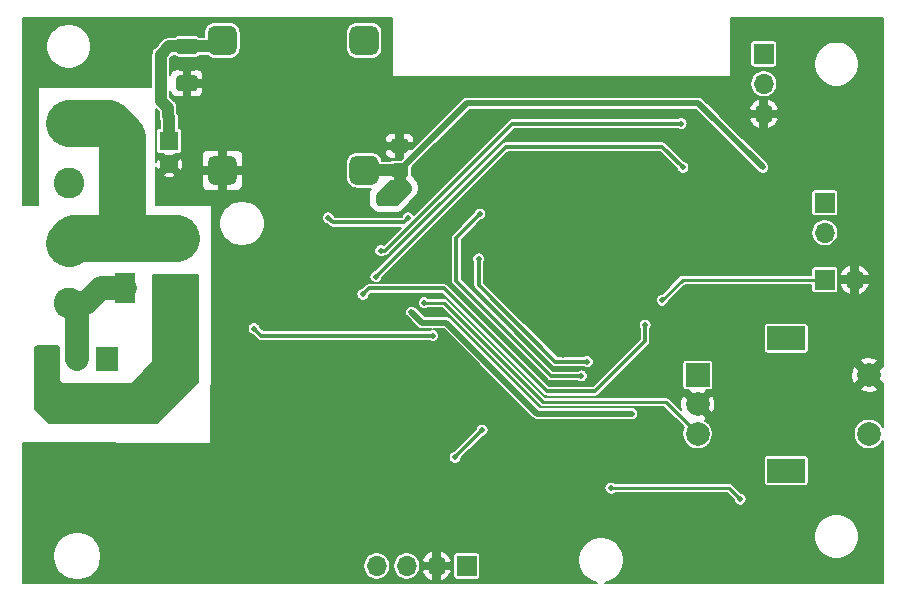
<source format=gbr>
%TF.GenerationSoftware,KiCad,Pcbnew,(5.1.10)-1*%
%TF.CreationDate,2021-10-19T15:37:20+02:00*%
%TF.ProjectId,OpenHeat,4f70656e-4865-4617-942e-6b696361645f,1.0*%
%TF.SameCoordinates,Original*%
%TF.FileFunction,Copper,L2,Bot*%
%TF.FilePolarity,Positive*%
%FSLAX46Y46*%
G04 Gerber Fmt 4.6, Leading zero omitted, Abs format (unit mm)*
G04 Created by KiCad (PCBNEW (5.1.10)-1) date 2021-10-19 15:37:20*
%MOMM*%
%LPD*%
G01*
G04 APERTURE LIST*
%TA.AperFunction,ComponentPad*%
%ADD10O,1.905000X2.000000*%
%TD*%
%TA.AperFunction,ComponentPad*%
%ADD11R,1.905000X2.000000*%
%TD*%
%TA.AperFunction,ComponentPad*%
%ADD12R,2.000000X2.000000*%
%TD*%
%TA.AperFunction,ComponentPad*%
%ADD13C,2.000000*%
%TD*%
%TA.AperFunction,ComponentPad*%
%ADD14R,3.200000X2.000000*%
%TD*%
%TA.AperFunction,ComponentPad*%
%ADD15O,1.700000X1.700000*%
%TD*%
%TA.AperFunction,ComponentPad*%
%ADD16R,1.700000X1.700000*%
%TD*%
%TA.AperFunction,ComponentPad*%
%ADD17C,2.600000*%
%TD*%
%TA.AperFunction,ComponentPad*%
%ADD18R,2.600000X2.600000*%
%TD*%
%TA.AperFunction,SMDPad,CuDef*%
%ADD19R,1.800000X2.500000*%
%TD*%
%TA.AperFunction,ComponentPad*%
%ADD20C,1.600000*%
%TD*%
%TA.AperFunction,ComponentPad*%
%ADD21R,1.600000X1.600000*%
%TD*%
%TA.AperFunction,ViaPad*%
%ADD22C,0.500000*%
%TD*%
%TA.AperFunction,Conductor*%
%ADD23C,2.000000*%
%TD*%
%TA.AperFunction,Conductor*%
%ADD24C,1.000000*%
%TD*%
%TA.AperFunction,Conductor*%
%ADD25C,4.000000*%
%TD*%
%TA.AperFunction,Conductor*%
%ADD26C,0.500000*%
%TD*%
%TA.AperFunction,Conductor*%
%ADD27C,0.300000*%
%TD*%
%TA.AperFunction,Conductor*%
%ADD28C,0.250000*%
%TD*%
%TA.AperFunction,Conductor*%
%ADD29C,0.254000*%
%TD*%
%TA.AperFunction,Conductor*%
%ADD30C,0.100000*%
%TD*%
%TA.AperFunction,Conductor*%
%ADD31C,0.200000*%
%TD*%
G04 APERTURE END LIST*
D10*
%TO.P,Q2,3*%
%TO.N,GND*%
X103170000Y-130000000D03*
%TO.P,Q2,2*%
%TO.N,Net-(D4-Pad2)*%
X105710000Y-130000000D03*
D11*
%TO.P,Q2,1*%
%TO.N,Net-(Q2-Pad1)*%
X108250000Y-130000000D03*
%TD*%
%TO.P,U1,4*%
%TO.N,Net-(U1-Pad4)*%
%TA.AperFunction,SMDPad,CuDef*%
G36*
G01*
X128750000Y-103625000D02*
X128750000Y-102375000D01*
G75*
G02*
X129375000Y-101750000I625000J0D01*
G01*
X130625000Y-101750000D01*
G75*
G02*
X131250000Y-102375000I0J-625000D01*
G01*
X131250000Y-103625000D01*
G75*
G02*
X130625000Y-104250000I-625000J0D01*
G01*
X129375000Y-104250000D01*
G75*
G02*
X128750000Y-103625000I0J625000D01*
G01*
G37*
%TD.AperFunction*%
%TO.P,U1,1*%
%TO.N,+24V*%
%TA.AperFunction,SMDPad,CuDef*%
G36*
G01*
X118625000Y-104250000D02*
X117375000Y-104250000D01*
G75*
G02*
X116750000Y-103625000I0J625000D01*
G01*
X116750000Y-102375000D01*
G75*
G02*
X117375000Y-101750000I625000J0D01*
G01*
X118625000Y-101750000D01*
G75*
G02*
X119250000Y-102375000I0J-625000D01*
G01*
X119250000Y-103625000D01*
G75*
G02*
X118625000Y-104250000I-625000J0D01*
G01*
G37*
%TD.AperFunction*%
%TO.P,U1,2*%
%TO.N,GND*%
%TA.AperFunction,SMDPad,CuDef*%
G36*
G01*
X119250000Y-113375000D02*
X119250000Y-114625000D01*
G75*
G02*
X118625000Y-115250000I-625000J0D01*
G01*
X117375000Y-115250000D01*
G75*
G02*
X116750000Y-114625000I0J625000D01*
G01*
X116750000Y-113375000D01*
G75*
G02*
X117375000Y-112750000I625000J0D01*
G01*
X118625000Y-112750000D01*
G75*
G02*
X119250000Y-113375000I0J-625000D01*
G01*
G37*
%TD.AperFunction*%
%TO.P,U1,3*%
%TO.N,+3V3*%
%TA.AperFunction,SMDPad,CuDef*%
G36*
G01*
X129375000Y-112750000D02*
X130625000Y-112750000D01*
G75*
G02*
X131250000Y-113375000I0J-625000D01*
G01*
X131250000Y-114625000D01*
G75*
G02*
X130625000Y-115250000I-625000J0D01*
G01*
X129375000Y-115250000D01*
G75*
G02*
X128750000Y-114625000I0J625000D01*
G01*
X128750000Y-113375000D01*
G75*
G02*
X129375000Y-112750000I625000J0D01*
G01*
G37*
%TD.AperFunction*%
%TD*%
D12*
%TO.P,SW1,A*%
%TO.N,/EC_A*%
X158242000Y-131318000D03*
D13*
%TO.P,SW1,C*%
%TO.N,GND*%
X158242000Y-133818000D03*
%TO.P,SW1,B*%
%TO.N,/EC_B*%
X158242000Y-136318000D03*
D14*
%TO.P,SW1,MP*%
%TO.N,N/C*%
X165742000Y-128218000D03*
X165742000Y-139418000D03*
D13*
%TO.P,SW1,S2*%
%TO.N,GND*%
X172742000Y-131318000D03*
%TO.P,SW1,S1*%
%TO.N,Net-(R10-Pad2)*%
X172742000Y-136318000D03*
%TD*%
D15*
%TO.P,JP1,2*%
%TO.N,GND*%
X171540000Y-123250000D03*
D16*
%TO.P,JP1,1*%
%TO.N,/GPIO0*%
X169000000Y-123250000D03*
%TD*%
D15*
%TO.P,J5,2*%
%TO.N,Net-(C12-Pad1)*%
X169000000Y-119290000D03*
D16*
%TO.P,J5,1*%
%TO.N,Net-(C12-Pad2)*%
X169000000Y-116750000D03*
%TD*%
D15*
%TO.P,J4,3*%
%TO.N,GND*%
X163830000Y-109220000D03*
%TO.P,J4,2*%
%TO.N,Net-(J4-Pad2)*%
X163830000Y-106680000D03*
D16*
%TO.P,J4,1*%
%TO.N,Net-(J4-Pad1)*%
X163830000Y-104140000D03*
%TD*%
D15*
%TO.P,J3,4*%
%TO.N,/OLED_SDA*%
X131064000Y-147500000D03*
%TO.P,J3,3*%
%TO.N,/OLED_SCL*%
X133604000Y-147500000D03*
%TO.P,J3,2*%
%TO.N,GND*%
X136144000Y-147500000D03*
D16*
%TO.P,J3,1*%
%TO.N,+3V3*%
X138684000Y-147500000D03*
%TD*%
D17*
%TO.P,J1,4*%
%TO.N,Net-(D4-Pad2)*%
X105000000Y-125240000D03*
%TO.P,J1,3*%
%TO.N,+24V*%
X105000000Y-120160000D03*
%TO.P,J1,2*%
%TO.N,GND*%
X105000000Y-115080000D03*
D18*
%TO.P,J1,1*%
%TO.N,+24V*%
X105000000Y-110000000D03*
%TD*%
D19*
%TO.P,D4,2*%
%TO.N,Net-(D4-Pad2)*%
X109750000Y-124000000D03*
%TO.P,D4,1*%
%TO.N,+24V*%
X109750000Y-120000000D03*
%TD*%
D20*
%TO.P,C9,2*%
%TO.N,+24V*%
X114046000Y-119750000D03*
%TO.P,C9,1*%
%TO.N,GND*%
X114046000Y-124750000D03*
%TD*%
%TO.P,C3,2*%
%TO.N,GND*%
%TA.AperFunction,SMDPad,CuDef*%
G36*
G01*
X133475000Y-112512500D02*
X132525000Y-112512500D01*
G75*
G02*
X132275000Y-112262500I0J250000D01*
G01*
X132275000Y-111587500D01*
G75*
G02*
X132525000Y-111337500I250000J0D01*
G01*
X133475000Y-111337500D01*
G75*
G02*
X133725000Y-111587500I0J-250000D01*
G01*
X133725000Y-112262500D01*
G75*
G02*
X133475000Y-112512500I-250000J0D01*
G01*
G37*
%TD.AperFunction*%
%TO.P,C3,1*%
%TO.N,+3V3*%
%TA.AperFunction,SMDPad,CuDef*%
G36*
G01*
X133475000Y-114587500D02*
X132525000Y-114587500D01*
G75*
G02*
X132275000Y-114337500I0J250000D01*
G01*
X132275000Y-113662500D01*
G75*
G02*
X132525000Y-113412500I250000J0D01*
G01*
X133475000Y-113412500D01*
G75*
G02*
X133725000Y-113662500I0J-250000D01*
G01*
X133725000Y-114337500D01*
G75*
G02*
X133475000Y-114587500I-250000J0D01*
G01*
G37*
%TD.AperFunction*%
%TD*%
%TO.P,C2,2*%
%TO.N,GND*%
%TA.AperFunction,SMDPad,CuDef*%
G36*
G01*
X114349999Y-105962500D02*
X115650001Y-105962500D01*
G75*
G02*
X115900000Y-106212499I0J-249999D01*
G01*
X115900000Y-107037501D01*
G75*
G02*
X115650001Y-107287500I-249999J0D01*
G01*
X114349999Y-107287500D01*
G75*
G02*
X114100000Y-107037501I0J249999D01*
G01*
X114100000Y-106212499D01*
G75*
G02*
X114349999Y-105962500I249999J0D01*
G01*
G37*
%TD.AperFunction*%
%TO.P,C2,1*%
%TO.N,+24V*%
%TA.AperFunction,SMDPad,CuDef*%
G36*
G01*
X114349999Y-102837500D02*
X115650001Y-102837500D01*
G75*
G02*
X115900000Y-103087499I0J-249999D01*
G01*
X115900000Y-103912501D01*
G75*
G02*
X115650001Y-104162500I-249999J0D01*
G01*
X114349999Y-104162500D01*
G75*
G02*
X114100000Y-103912501I0J249999D01*
G01*
X114100000Y-103087499D01*
G75*
G02*
X114349999Y-102837500I249999J0D01*
G01*
G37*
%TD.AperFunction*%
%TD*%
%TO.P,C1,2*%
%TO.N,GND*%
X113500000Y-113500000D03*
D21*
%TO.P,C1,1*%
%TO.N,+24V*%
X113500000Y-111500000D03*
%TD*%
D22*
%TO.N,GND*%
X147000000Y-113500000D03*
X144000000Y-113500000D03*
X145500000Y-113500000D03*
X144000000Y-116500000D03*
X145500000Y-116500000D03*
X147000000Y-116500000D03*
X147000000Y-115000000D03*
X145500000Y-115000000D03*
X144000000Y-115000000D03*
X111200000Y-105900000D03*
X118200000Y-122600000D03*
X121300000Y-131800000D03*
X122700000Y-131700000D03*
X119600000Y-130700000D03*
X135800000Y-144700000D03*
X159900000Y-147600000D03*
X161000000Y-115200000D03*
X163700000Y-121800000D03*
X157700000Y-125600000D03*
X159500000Y-125600000D03*
X132600000Y-107000000D03*
X140000000Y-107400000D03*
X136000000Y-113600000D03*
X141300000Y-123400000D03*
X137500000Y-129000000D03*
X139000000Y-130500000D03*
X135500000Y-129000000D03*
X155500000Y-145000000D03*
X157000000Y-143500000D03*
X150400000Y-139700000D03*
X139800000Y-143600000D03*
X150400000Y-130200000D03*
X151300000Y-132300000D03*
X149400000Y-135600000D03*
X146800000Y-129600000D03*
X153300000Y-138400000D03*
X159800000Y-141900000D03*
X145300000Y-135600000D03*
X140900000Y-132200000D03*
X140600000Y-137000000D03*
X158600000Y-141900000D03*
X157000006Y-107200000D03*
X153800000Y-129900000D03*
X118000000Y-137500000D03*
X118000000Y-133000000D03*
X113000000Y-137500000D03*
X108500000Y-137500000D03*
X104500000Y-137500000D03*
X112000000Y-148500000D03*
X116000000Y-148500000D03*
X122000000Y-148500000D03*
X127500000Y-148500000D03*
X143500000Y-148500000D03*
X147500000Y-148500000D03*
X153500000Y-148500000D03*
X166000000Y-148500000D03*
X173500000Y-142500000D03*
X173500000Y-148500000D03*
X173500000Y-138000000D03*
X173500000Y-133500000D03*
X173500000Y-127500000D03*
X173500000Y-122500000D03*
X173500000Y-118000000D03*
X173500000Y-114000000D03*
X173500000Y-108000000D03*
X173500000Y-102000000D03*
X166500000Y-101500000D03*
X161500000Y-101500000D03*
X161500000Y-104500000D03*
X158500000Y-107000000D03*
X159500000Y-106500000D03*
X141500000Y-106500000D03*
X147000000Y-106500000D03*
X152000000Y-106500000D03*
X132000000Y-101500000D03*
X132000000Y-104500000D03*
X127000000Y-101500000D03*
X122500000Y-101500000D03*
X116000000Y-101500000D03*
X110000000Y-101500000D03*
X101500000Y-101500000D03*
X101500000Y-106000000D03*
X107000000Y-101500000D03*
X101500000Y-112000000D03*
X116500000Y-116500000D03*
X113000000Y-116500000D03*
X117500000Y-120500000D03*
X117500000Y-127000000D03*
X102500000Y-137500000D03*
X102500000Y-139000000D03*
X104500000Y-139000000D03*
X106500000Y-139000000D03*
X108500000Y-139000000D03*
X108500000Y-140500000D03*
X106500000Y-140500000D03*
X104500000Y-140500000D03*
X102500000Y-140500000D03*
X102500000Y-142000000D03*
X104500000Y-142000000D03*
X106500000Y-142000000D03*
X108500000Y-142000000D03*
X108500000Y-143500000D03*
X106500000Y-143500000D03*
X104500000Y-143500000D03*
X102500000Y-143500000D03*
X106500000Y-137500000D03*
X157100000Y-119700000D03*
X153200000Y-123100000D03*
X153400000Y-113200000D03*
X153400000Y-115800000D03*
X153400000Y-118500000D03*
X153400000Y-120800000D03*
X141500000Y-115400000D03*
X141500000Y-117800000D03*
X141500000Y-120700000D03*
X139800000Y-109100000D03*
X135400000Y-115700000D03*
X131500000Y-109500000D03*
X138300000Y-106400000D03*
X159300000Y-139000000D03*
X147700000Y-137100000D03*
X143400000Y-140100000D03*
X139900000Y-141600000D03*
X133000000Y-138400000D03*
X136900000Y-143400000D03*
X136800000Y-146000000D03*
X132400000Y-148500000D03*
X131100000Y-121700000D03*
X153900000Y-126000000D03*
X161900000Y-120900000D03*
X165600000Y-121200000D03*
X162200000Y-114000000D03*
X156900000Y-115000000D03*
X158900000Y-110300000D03*
X159000000Y-113900000D03*
X161000000Y-108300000D03*
X165200000Y-105500000D03*
X134800000Y-146100000D03*
X154500000Y-147200000D03*
X164000000Y-145700000D03*
X163600000Y-141800000D03*
X144000000Y-126600000D03*
X149700000Y-126700000D03*
X118000000Y-112000000D03*
X116000000Y-114000000D03*
X120000000Y-114000000D03*
X118000000Y-116000000D03*
X116000000Y-112000000D03*
X119750000Y-112250000D03*
X120000000Y-116000000D03*
X116000000Y-116000000D03*
X117000000Y-112000000D03*
X119000000Y-112000000D03*
X120000000Y-113000000D03*
X120000000Y-115000000D03*
X119000000Y-116000000D03*
X117000000Y-116000000D03*
X116000000Y-115000000D03*
X116000000Y-113000000D03*
X131500000Y-112000000D03*
X131500000Y-111250000D03*
X130000000Y-111250000D03*
X130750000Y-111250000D03*
X130750000Y-112000000D03*
X130000000Y-112000000D03*
X117499998Y-129000000D03*
X101750000Y-116500000D03*
X101750000Y-114500000D03*
X101750000Y-109750000D03*
X101750000Y-107500000D03*
X101750000Y-103750000D03*
X104000000Y-106500000D03*
X107000000Y-106500000D03*
X109750000Y-106500000D03*
X115000000Y-101500000D03*
X119750000Y-101500000D03*
%TO.N,+3V3*%
X132000000Y-116000000D03*
X133500000Y-115500000D03*
X132500000Y-115500000D03*
X133000000Y-116000000D03*
X131500000Y-116500000D03*
X133000000Y-115000000D03*
X132500000Y-116500000D03*
X163750000Y-113750000D03*
X152662500Y-134587500D03*
X134000000Y-126000000D03*
%TO.N,/ESP_EN*%
X140000000Y-136000000D03*
X137700000Y-138300000D03*
%TO.N,Net-(C10-Pad1)*%
X129900000Y-124500000D03*
X153799994Y-127100000D03*
%TO.N,/MTDI*%
X161838000Y-141838000D03*
X150900000Y-140900000D03*
%TO.N,/OLED_SDA*%
X157000000Y-113750000D03*
X131000000Y-122999992D03*
%TO.N,/OLED_SCL*%
X156835000Y-110035000D03*
X131400000Y-120800000D03*
%TO.N,/GPIO0*%
X155250010Y-125000000D03*
%TO.N,Net-(R6-Pad1)*%
X126969500Y-118030500D03*
X133725728Y-118025728D03*
%TO.N,/EC_B*%
X135100000Y-125200000D03*
%TO.N,/EC_A*%
X139700000Y-121500000D03*
X148900000Y-130200004D03*
%TO.N,Net-(R10-Pad2)*%
X139800000Y-117700000D03*
X148400000Y-131400000D03*
%TO.N,/HEAT_PWM*%
X135800000Y-128000000D03*
X120700000Y-127400000D03*
%TD*%
D23*
%TO.N,GND*%
X103200000Y-130030000D02*
X103170000Y-130000000D01*
%TO.N,+24V*%
X105160000Y-120000000D02*
X105000000Y-120160000D01*
X109750000Y-120000000D02*
X105160000Y-120000000D01*
X113796000Y-120000000D02*
X114046000Y-119750000D01*
D24*
X113500000Y-111500000D02*
X113500000Y-109500000D01*
X113399990Y-109399990D02*
X113399990Y-108699990D01*
X113500000Y-109500000D02*
X113399990Y-109399990D01*
X113399990Y-108699990D02*
X112800000Y-108100000D01*
X112800000Y-108100000D02*
X112800000Y-104200000D01*
X113500000Y-103500000D02*
X115000000Y-103500000D01*
X112800000Y-104200000D02*
X113500000Y-103500000D01*
X117500000Y-103500000D02*
X118000000Y-103000000D01*
X115000000Y-103500000D02*
X117500000Y-103500000D01*
D25*
X105410000Y-119750000D02*
X105000000Y-120160000D01*
X114046000Y-119750000D02*
X105410000Y-119750000D01*
X108300000Y-110000000D02*
X105000000Y-110000000D01*
X109500000Y-111200000D02*
X108300000Y-110000000D01*
X109500000Y-119750000D02*
X109500000Y-111200000D01*
X114046000Y-119750000D02*
X109500000Y-119750000D01*
D24*
%TO.N,+3V3*%
X133000000Y-114000000D02*
X130000000Y-114000000D01*
X133000000Y-115000000D02*
X132000000Y-116000000D01*
X133000000Y-114000000D02*
X133000000Y-115000000D01*
D26*
X158300000Y-108300000D02*
X163750000Y-113750000D01*
X138700000Y-108300000D02*
X158300000Y-108300000D01*
X133000000Y-114000000D02*
X138700000Y-108300000D01*
X134900000Y-126900000D02*
X134000000Y-126000000D01*
X136975000Y-126900000D02*
X134900000Y-126900000D01*
X144662500Y-134587500D02*
X136975000Y-126900000D01*
X152662500Y-134587500D02*
X144662500Y-134587500D01*
D27*
%TO.N,/ESP_EN*%
X140000000Y-136000000D02*
X137700000Y-138300000D01*
%TO.N,Net-(C10-Pad1)*%
X153799994Y-128450006D02*
X153799994Y-127100000D01*
X149550000Y-132700000D02*
X153799994Y-128450006D01*
X145500000Y-132700000D02*
X149550000Y-132700000D01*
X136800000Y-124000000D02*
X145500000Y-132700000D01*
X130400000Y-124000000D02*
X136800000Y-124000000D01*
X129900000Y-124500000D02*
X130400000Y-124000000D01*
D23*
%TO.N,Net-(D4-Pad2)*%
X109750000Y-124000000D02*
X107700000Y-124000000D01*
X106460000Y-125240000D02*
X105000000Y-125240000D01*
X107700000Y-124000000D02*
X106460000Y-125240000D01*
X105710000Y-125950000D02*
X105000000Y-125240000D01*
X105710000Y-130000000D02*
X105710000Y-125950000D01*
D28*
%TO.N,/MTDI*%
X161838000Y-141838000D02*
X160900000Y-140900000D01*
X160900000Y-140900000D02*
X150900000Y-140900000D01*
D27*
%TO.N,/OLED_SDA*%
X157000000Y-113750000D02*
X155250000Y-112000000D01*
X155250000Y-112000000D02*
X141999992Y-112000000D01*
X141999992Y-112000000D02*
X131000000Y-122999992D01*
%TO.N,/OLED_SCL*%
X156835000Y-110035000D02*
X142565000Y-110035000D01*
X131800000Y-120800000D02*
X131400000Y-120800000D01*
X142565000Y-110035000D02*
X131800000Y-120800000D01*
D28*
%TO.N,/GPIO0*%
X169000000Y-123250000D02*
X157000010Y-123250000D01*
X157000010Y-123250000D02*
X155250010Y-125000000D01*
D27*
%TO.N,Net-(R6-Pad1)*%
X133351456Y-118400000D02*
X133725728Y-118025728D01*
X127339000Y-118400000D02*
X133351456Y-118400000D01*
X126969500Y-118030500D02*
X127339000Y-118400000D01*
D28*
%TO.N,/EC_B*%
X136731594Y-125200000D02*
X135100000Y-125200000D01*
X145131594Y-133600000D02*
X136731594Y-125200000D01*
X155524000Y-133600000D02*
X145131594Y-133600000D01*
X158242000Y-136318000D02*
X155524000Y-133600000D01*
D27*
%TO.N,/EC_A*%
X146200004Y-130200004D02*
X148900000Y-130200004D01*
X139700000Y-121500000D02*
X139700000Y-123700000D01*
X139700000Y-123700000D02*
X146200004Y-130200004D01*
%TO.N,Net-(R10-Pad2)*%
X139800000Y-117700000D02*
X137800000Y-119700000D01*
X137800000Y-123400000D02*
X145800000Y-131400000D01*
X137800000Y-119700000D02*
X137800000Y-123400000D01*
X145800000Y-131400000D02*
X148400000Y-131400000D01*
%TO.N,/HEAT_PWM*%
X121300000Y-128000000D02*
X120700000Y-127400000D01*
X135800000Y-128000000D02*
X121300000Y-128000000D01*
%TD*%
D29*
%TO.N,+3V3*%
X133873000Y-115302606D02*
X133873000Y-115697394D01*
X132697394Y-116873000D01*
X131302606Y-116873000D01*
X131127000Y-116697394D01*
X131127000Y-116052606D01*
X132302606Y-114877000D01*
X133447394Y-114877000D01*
X133873000Y-115302606D01*
%TA.AperFunction,Conductor*%
D30*
G36*
X133873000Y-115302606D02*
G01*
X133873000Y-115697394D01*
X132697394Y-116873000D01*
X131302606Y-116873000D01*
X131127000Y-116697394D01*
X131127000Y-116052606D01*
X132302606Y-114877000D01*
X133447394Y-114877000D01*
X133873000Y-115302606D01*
G37*
%TD.AperFunction*%
%TD*%
D31*
%TO.N,GND*%
X132400000Y-106000000D02*
X132401921Y-106019509D01*
X132407612Y-106038268D01*
X132416853Y-106055557D01*
X132429289Y-106070711D01*
X132444443Y-106083147D01*
X132461732Y-106092388D01*
X132480491Y-106098079D01*
X132500000Y-106100000D01*
X161000000Y-106100000D01*
X161019509Y-106098079D01*
X161038268Y-106092388D01*
X161055557Y-106083147D01*
X161070711Y-106070711D01*
X161083147Y-106055557D01*
X161092388Y-106038268D01*
X161098079Y-106019509D01*
X161100000Y-106000000D01*
X161100000Y-103290000D01*
X162678549Y-103290000D01*
X162678549Y-104990000D01*
X162684341Y-105048810D01*
X162701496Y-105105360D01*
X162729353Y-105157477D01*
X162766842Y-105203158D01*
X162812523Y-105240647D01*
X162864640Y-105268504D01*
X162921190Y-105285659D01*
X162980000Y-105291451D01*
X164680000Y-105291451D01*
X164738810Y-105285659D01*
X164795360Y-105268504D01*
X164847477Y-105240647D01*
X164893158Y-105203158D01*
X164930647Y-105157477D01*
X164958504Y-105105360D01*
X164975659Y-105048810D01*
X164981451Y-104990000D01*
X164981451Y-104812866D01*
X168100000Y-104812866D01*
X168100000Y-105187134D01*
X168173016Y-105554209D01*
X168316242Y-105899987D01*
X168524174Y-106211179D01*
X168788821Y-106475826D01*
X169100013Y-106683758D01*
X169445791Y-106826984D01*
X169812866Y-106900000D01*
X170187134Y-106900000D01*
X170554209Y-106826984D01*
X170899987Y-106683758D01*
X171211179Y-106475826D01*
X171475826Y-106211179D01*
X171683758Y-105899987D01*
X171826984Y-105554209D01*
X171900000Y-105187134D01*
X171900000Y-104812866D01*
X171826984Y-104445791D01*
X171683758Y-104100013D01*
X171475826Y-103788821D01*
X171211179Y-103524174D01*
X170899987Y-103316242D01*
X170554209Y-103173016D01*
X170187134Y-103100000D01*
X169812866Y-103100000D01*
X169445791Y-103173016D01*
X169100013Y-103316242D01*
X168788821Y-103524174D01*
X168524174Y-103788821D01*
X168316242Y-104100013D01*
X168173016Y-104445791D01*
X168100000Y-104812866D01*
X164981451Y-104812866D01*
X164981451Y-103290000D01*
X164975659Y-103231190D01*
X164958504Y-103174640D01*
X164930647Y-103122523D01*
X164893158Y-103076842D01*
X164847477Y-103039353D01*
X164795360Y-103011496D01*
X164738810Y-102994341D01*
X164680000Y-102988549D01*
X162980000Y-102988549D01*
X162921190Y-102994341D01*
X162864640Y-103011496D01*
X162812523Y-103039353D01*
X162766842Y-103076842D01*
X162729353Y-103122523D01*
X162701496Y-103174640D01*
X162684341Y-103231190D01*
X162678549Y-103290000D01*
X161100000Y-103290000D01*
X161100000Y-101100000D01*
X173900000Y-101100000D01*
X173900000Y-130557721D01*
X173894320Y-130554589D01*
X173130909Y-131318000D01*
X173894320Y-132081411D01*
X173900000Y-132078279D01*
X173900000Y-135716596D01*
X173894045Y-135702219D01*
X173751776Y-135489298D01*
X173570702Y-135308224D01*
X173357781Y-135165955D01*
X173121196Y-135067958D01*
X172870039Y-135018000D01*
X172613961Y-135018000D01*
X172362804Y-135067958D01*
X172126219Y-135165955D01*
X171913298Y-135308224D01*
X171732224Y-135489298D01*
X171589955Y-135702219D01*
X171491958Y-135938804D01*
X171442000Y-136189961D01*
X171442000Y-136446039D01*
X171491958Y-136697196D01*
X171589955Y-136933781D01*
X171732224Y-137146702D01*
X171913298Y-137327776D01*
X172126219Y-137470045D01*
X172362804Y-137568042D01*
X172613961Y-137618000D01*
X172870039Y-137618000D01*
X173121196Y-137568042D01*
X173357781Y-137470045D01*
X173570702Y-137327776D01*
X173751776Y-137146702D01*
X173894045Y-136933781D01*
X173900000Y-136919404D01*
X173900000Y-148900000D01*
X150439788Y-148900000D01*
X150634604Y-148861249D01*
X150986867Y-148715337D01*
X151303895Y-148503505D01*
X151573505Y-148233895D01*
X151785337Y-147916867D01*
X151931249Y-147564604D01*
X152005634Y-147190643D01*
X152005634Y-146809357D01*
X151931249Y-146435396D01*
X151785337Y-146083133D01*
X151573505Y-145766105D01*
X151303895Y-145496495D01*
X150986867Y-145284663D01*
X150634604Y-145138751D01*
X150260643Y-145064366D01*
X149879357Y-145064366D01*
X149505396Y-145138751D01*
X149153133Y-145284663D01*
X148836105Y-145496495D01*
X148566495Y-145766105D01*
X148354663Y-146083133D01*
X148208751Y-146435396D01*
X148134366Y-146809357D01*
X148134366Y-147190643D01*
X148208751Y-147564604D01*
X148354663Y-147916867D01*
X148566495Y-148233895D01*
X148836105Y-148503505D01*
X149153133Y-148715337D01*
X149505396Y-148861249D01*
X149700212Y-148900000D01*
X101100000Y-148900000D01*
X101100000Y-146458093D01*
X103660000Y-146458093D01*
X103660000Y-146861907D01*
X103738780Y-147257963D01*
X103893314Y-147631039D01*
X104117661Y-147966799D01*
X104403201Y-148252339D01*
X104738961Y-148476686D01*
X105112037Y-148631220D01*
X105508093Y-148710000D01*
X105911907Y-148710000D01*
X106307963Y-148631220D01*
X106681039Y-148476686D01*
X107016799Y-148252339D01*
X107302339Y-147966799D01*
X107526686Y-147631039D01*
X107627880Y-147386735D01*
X129914000Y-147386735D01*
X129914000Y-147613265D01*
X129958194Y-147835443D01*
X130044884Y-148044729D01*
X130170737Y-148233082D01*
X130330918Y-148393263D01*
X130519271Y-148519116D01*
X130728557Y-148605806D01*
X130950735Y-148650000D01*
X131177265Y-148650000D01*
X131399443Y-148605806D01*
X131608729Y-148519116D01*
X131797082Y-148393263D01*
X131957263Y-148233082D01*
X132083116Y-148044729D01*
X132169806Y-147835443D01*
X132214000Y-147613265D01*
X132214000Y-147386735D01*
X132454000Y-147386735D01*
X132454000Y-147613265D01*
X132498194Y-147835443D01*
X132584884Y-148044729D01*
X132710737Y-148233082D01*
X132870918Y-148393263D01*
X133059271Y-148519116D01*
X133268557Y-148605806D01*
X133490735Y-148650000D01*
X133717265Y-148650000D01*
X133939443Y-148605806D01*
X134148729Y-148519116D01*
X134337082Y-148393263D01*
X134497263Y-148233082D01*
X134623116Y-148044729D01*
X134650601Y-147978375D01*
X134881586Y-147978375D01*
X134999169Y-148215468D01*
X135160747Y-148425066D01*
X135360111Y-148599114D01*
X135589600Y-148730924D01*
X135665627Y-148762402D01*
X135869000Y-148693734D01*
X135869000Y-147775000D01*
X136419000Y-147775000D01*
X136419000Y-148693734D01*
X136622373Y-148762402D01*
X136698400Y-148730924D01*
X136927889Y-148599114D01*
X137127253Y-148425066D01*
X137288831Y-148215468D01*
X137406414Y-147978375D01*
X137340706Y-147775000D01*
X136419000Y-147775000D01*
X135869000Y-147775000D01*
X134947294Y-147775000D01*
X134881586Y-147978375D01*
X134650601Y-147978375D01*
X134709806Y-147835443D01*
X134754000Y-147613265D01*
X134754000Y-147386735D01*
X134709806Y-147164557D01*
X134650602Y-147021625D01*
X134881586Y-147021625D01*
X134947294Y-147225000D01*
X135869000Y-147225000D01*
X135869000Y-146306266D01*
X136419000Y-146306266D01*
X136419000Y-147225000D01*
X137340706Y-147225000D01*
X137406414Y-147021625D01*
X137288831Y-146784532D01*
X137185121Y-146650000D01*
X137532549Y-146650000D01*
X137532549Y-148350000D01*
X137538341Y-148408810D01*
X137555496Y-148465360D01*
X137583353Y-148517477D01*
X137620842Y-148563158D01*
X137666523Y-148600647D01*
X137718640Y-148628504D01*
X137775190Y-148645659D01*
X137834000Y-148651451D01*
X139534000Y-148651451D01*
X139592810Y-148645659D01*
X139649360Y-148628504D01*
X139701477Y-148600647D01*
X139747158Y-148563158D01*
X139784647Y-148517477D01*
X139812504Y-148465360D01*
X139829659Y-148408810D01*
X139835451Y-148350000D01*
X139835451Y-146650000D01*
X139829659Y-146591190D01*
X139812504Y-146534640D01*
X139784647Y-146482523D01*
X139747158Y-146436842D01*
X139701477Y-146399353D01*
X139649360Y-146371496D01*
X139592810Y-146354341D01*
X139534000Y-146348549D01*
X137834000Y-146348549D01*
X137775190Y-146354341D01*
X137718640Y-146371496D01*
X137666523Y-146399353D01*
X137620842Y-146436842D01*
X137583353Y-146482523D01*
X137555496Y-146534640D01*
X137538341Y-146591190D01*
X137532549Y-146650000D01*
X137185121Y-146650000D01*
X137127253Y-146574934D01*
X136927889Y-146400886D01*
X136698400Y-146269076D01*
X136622373Y-146237598D01*
X136419000Y-146306266D01*
X135869000Y-146306266D01*
X135665627Y-146237598D01*
X135589600Y-146269076D01*
X135360111Y-146400886D01*
X135160747Y-146574934D01*
X134999169Y-146784532D01*
X134881586Y-147021625D01*
X134650602Y-147021625D01*
X134623116Y-146955271D01*
X134497263Y-146766918D01*
X134337082Y-146606737D01*
X134148729Y-146480884D01*
X133939443Y-146394194D01*
X133717265Y-146350000D01*
X133490735Y-146350000D01*
X133268557Y-146394194D01*
X133059271Y-146480884D01*
X132870918Y-146606737D01*
X132710737Y-146766918D01*
X132584884Y-146955271D01*
X132498194Y-147164557D01*
X132454000Y-147386735D01*
X132214000Y-147386735D01*
X132169806Y-147164557D01*
X132083116Y-146955271D01*
X131957263Y-146766918D01*
X131797082Y-146606737D01*
X131608729Y-146480884D01*
X131399443Y-146394194D01*
X131177265Y-146350000D01*
X130950735Y-146350000D01*
X130728557Y-146394194D01*
X130519271Y-146480884D01*
X130330918Y-146606737D01*
X130170737Y-146766918D01*
X130044884Y-146955271D01*
X129958194Y-147164557D01*
X129914000Y-147386735D01*
X107627880Y-147386735D01*
X107681220Y-147257963D01*
X107760000Y-146861907D01*
X107760000Y-146458093D01*
X107681220Y-146062037D01*
X107526686Y-145688961D01*
X107302339Y-145353201D01*
X107016799Y-145067661D01*
X106681039Y-144843314D01*
X106607532Y-144812866D01*
X168100000Y-144812866D01*
X168100000Y-145187134D01*
X168173016Y-145554209D01*
X168316242Y-145899987D01*
X168524174Y-146211179D01*
X168788821Y-146475826D01*
X169100013Y-146683758D01*
X169445791Y-146826984D01*
X169812866Y-146900000D01*
X170187134Y-146900000D01*
X170554209Y-146826984D01*
X170899987Y-146683758D01*
X171211179Y-146475826D01*
X171475826Y-146211179D01*
X171683758Y-145899987D01*
X171826984Y-145554209D01*
X171900000Y-145187134D01*
X171900000Y-144812866D01*
X171826984Y-144445791D01*
X171683758Y-144100013D01*
X171475826Y-143788821D01*
X171211179Y-143524174D01*
X170899987Y-143316242D01*
X170554209Y-143173016D01*
X170187134Y-143100000D01*
X169812866Y-143100000D01*
X169445791Y-143173016D01*
X169100013Y-143316242D01*
X168788821Y-143524174D01*
X168524174Y-143788821D01*
X168316242Y-144100013D01*
X168173016Y-144445791D01*
X168100000Y-144812866D01*
X106607532Y-144812866D01*
X106307963Y-144688780D01*
X105911907Y-144610000D01*
X105508093Y-144610000D01*
X105112037Y-144688780D01*
X104738961Y-144843314D01*
X104403201Y-145067661D01*
X104117661Y-145353201D01*
X103893314Y-145688961D01*
X103738780Y-146062037D01*
X103660000Y-146458093D01*
X101100000Y-146458093D01*
X101100000Y-140845830D01*
X150350000Y-140845830D01*
X150350000Y-140954170D01*
X150371136Y-141060429D01*
X150412597Y-141160523D01*
X150472787Y-141250604D01*
X150549396Y-141327213D01*
X150639477Y-141387403D01*
X150739571Y-141428864D01*
X150845830Y-141450000D01*
X150954170Y-141450000D01*
X151060429Y-141428864D01*
X151160523Y-141387403D01*
X151250604Y-141327213D01*
X151252817Y-141325000D01*
X160723960Y-141325000D01*
X161288000Y-141889041D01*
X161288000Y-141892170D01*
X161309136Y-141998429D01*
X161350597Y-142098523D01*
X161410787Y-142188604D01*
X161487396Y-142265213D01*
X161577477Y-142325403D01*
X161677571Y-142366864D01*
X161783830Y-142388000D01*
X161892170Y-142388000D01*
X161998429Y-142366864D01*
X162098523Y-142325403D01*
X162188604Y-142265213D01*
X162265213Y-142188604D01*
X162325403Y-142098523D01*
X162366864Y-141998429D01*
X162388000Y-141892170D01*
X162388000Y-141783830D01*
X162366864Y-141677571D01*
X162325403Y-141577477D01*
X162265213Y-141487396D01*
X162188604Y-141410787D01*
X162098523Y-141350597D01*
X161998429Y-141309136D01*
X161892170Y-141288000D01*
X161889041Y-141288000D01*
X161215283Y-140614243D01*
X161201974Y-140598026D01*
X161137260Y-140544916D01*
X161063427Y-140505452D01*
X160983314Y-140481150D01*
X160920874Y-140475000D01*
X160920867Y-140475000D01*
X160900000Y-140472945D01*
X160879133Y-140475000D01*
X151252817Y-140475000D01*
X151250604Y-140472787D01*
X151160523Y-140412597D01*
X151060429Y-140371136D01*
X150954170Y-140350000D01*
X150845830Y-140350000D01*
X150739571Y-140371136D01*
X150639477Y-140412597D01*
X150549396Y-140472787D01*
X150472787Y-140549396D01*
X150412597Y-140639477D01*
X150371136Y-140739571D01*
X150350000Y-140845830D01*
X101100000Y-140845830D01*
X101100000Y-138245830D01*
X137150000Y-138245830D01*
X137150000Y-138354170D01*
X137171136Y-138460429D01*
X137212597Y-138560523D01*
X137272787Y-138650604D01*
X137349396Y-138727213D01*
X137439477Y-138787403D01*
X137539571Y-138828864D01*
X137645830Y-138850000D01*
X137754170Y-138850000D01*
X137860429Y-138828864D01*
X137960523Y-138787403D01*
X138050604Y-138727213D01*
X138127213Y-138650604D01*
X138187403Y-138560523D01*
X138228864Y-138460429D01*
X138237303Y-138418000D01*
X163840549Y-138418000D01*
X163840549Y-140418000D01*
X163846341Y-140476810D01*
X163863496Y-140533360D01*
X163891353Y-140585477D01*
X163928842Y-140631158D01*
X163974523Y-140668647D01*
X164026640Y-140696504D01*
X164083190Y-140713659D01*
X164142000Y-140719451D01*
X167342000Y-140719451D01*
X167400810Y-140713659D01*
X167457360Y-140696504D01*
X167509477Y-140668647D01*
X167555158Y-140631158D01*
X167592647Y-140585477D01*
X167620504Y-140533360D01*
X167637659Y-140476810D01*
X167643451Y-140418000D01*
X167643451Y-138418000D01*
X167637659Y-138359190D01*
X167620504Y-138302640D01*
X167592647Y-138250523D01*
X167555158Y-138204842D01*
X167509477Y-138167353D01*
X167457360Y-138139496D01*
X167400810Y-138122341D01*
X167342000Y-138116549D01*
X164142000Y-138116549D01*
X164083190Y-138122341D01*
X164026640Y-138139496D01*
X163974523Y-138167353D01*
X163928842Y-138204842D01*
X163891353Y-138250523D01*
X163863496Y-138302640D01*
X163846341Y-138359190D01*
X163840549Y-138418000D01*
X138237303Y-138418000D01*
X138241999Y-138394397D01*
X140094398Y-136541998D01*
X140160429Y-136528864D01*
X140260523Y-136487403D01*
X140350604Y-136427213D01*
X140427213Y-136350604D01*
X140487403Y-136260523D01*
X140528864Y-136160429D01*
X140550000Y-136054170D01*
X140550000Y-135945830D01*
X140528864Y-135839571D01*
X140487403Y-135739477D01*
X140427213Y-135649396D01*
X140350604Y-135572787D01*
X140260523Y-135512597D01*
X140160429Y-135471136D01*
X140054170Y-135450000D01*
X139945830Y-135450000D01*
X139839571Y-135471136D01*
X139739477Y-135512597D01*
X139649396Y-135572787D01*
X139572787Y-135649396D01*
X139512597Y-135739477D01*
X139471136Y-135839571D01*
X139458002Y-135905602D01*
X137605603Y-137758001D01*
X137539571Y-137771136D01*
X137439477Y-137812597D01*
X137349396Y-137872787D01*
X137272787Y-137949396D01*
X137212597Y-138039477D01*
X137171136Y-138139571D01*
X137150000Y-138245830D01*
X101100000Y-138245830D01*
X101100000Y-137100314D01*
X116974687Y-137150000D01*
X116994202Y-137148139D01*
X117012979Y-137142507D01*
X117030297Y-137133320D01*
X117045489Y-137120932D01*
X117057973Y-137105817D01*
X117067268Y-137088557D01*
X117073017Y-137069816D01*
X117075000Y-137050125D01*
X117087099Y-127345830D01*
X120150000Y-127345830D01*
X120150000Y-127454170D01*
X120171136Y-127560429D01*
X120212597Y-127660523D01*
X120272787Y-127750604D01*
X120349396Y-127827213D01*
X120439477Y-127887403D01*
X120539571Y-127928864D01*
X120605603Y-127941998D01*
X120966176Y-128302572D01*
X120980263Y-128319737D01*
X120997428Y-128333824D01*
X120997432Y-128333828D01*
X121048783Y-128375971D01*
X121126959Y-128417757D01*
X121211785Y-128443489D01*
X121277895Y-128450000D01*
X121277905Y-128450000D01*
X121299999Y-128452176D01*
X121322094Y-128450000D01*
X135483499Y-128450000D01*
X135539477Y-128487403D01*
X135639571Y-128528864D01*
X135745830Y-128550000D01*
X135854170Y-128550000D01*
X135960429Y-128528864D01*
X136060523Y-128487403D01*
X136150604Y-128427213D01*
X136227213Y-128350604D01*
X136287403Y-128260523D01*
X136328864Y-128160429D01*
X136350000Y-128054170D01*
X136350000Y-127945830D01*
X136328864Y-127839571D01*
X136287403Y-127739477D01*
X136227213Y-127649396D01*
X136150604Y-127572787D01*
X136060523Y-127512597D01*
X135960429Y-127471136D01*
X135854170Y-127450000D01*
X136747183Y-127450000D01*
X144254487Y-134957304D01*
X144271710Y-134978290D01*
X144292696Y-134995513D01*
X144355458Y-135047021D01*
X144451005Y-135098092D01*
X144554681Y-135129542D01*
X144635482Y-135137500D01*
X144635489Y-135137500D01*
X144662500Y-135140160D01*
X144689511Y-135137500D01*
X152716670Y-135137500D01*
X152743300Y-135132203D01*
X152770319Y-135129542D01*
X152796298Y-135121661D01*
X152822929Y-135116364D01*
X152848016Y-135105973D01*
X152873994Y-135098092D01*
X152897938Y-135085294D01*
X152923023Y-135074903D01*
X152945596Y-135059820D01*
X152969542Y-135047021D01*
X152990530Y-135029797D01*
X153013104Y-135014713D01*
X153032304Y-134995513D01*
X153053290Y-134978290D01*
X153070513Y-134957304D01*
X153089713Y-134938104D01*
X153104797Y-134915530D01*
X153122021Y-134894542D01*
X153134820Y-134870596D01*
X153149903Y-134848023D01*
X153160294Y-134822938D01*
X153173092Y-134798994D01*
X153180973Y-134773016D01*
X153191364Y-134747929D01*
X153196661Y-134721298D01*
X153204542Y-134695319D01*
X153207203Y-134668299D01*
X153212500Y-134641670D01*
X153212500Y-134614518D01*
X153215161Y-134587500D01*
X153212500Y-134560482D01*
X153212500Y-134533330D01*
X153207203Y-134506701D01*
X153204542Y-134479681D01*
X153196661Y-134453702D01*
X153191364Y-134427071D01*
X153180973Y-134401984D01*
X153173092Y-134376006D01*
X153160294Y-134352062D01*
X153149903Y-134326977D01*
X153134820Y-134304404D01*
X153122021Y-134280458D01*
X153104797Y-134259470D01*
X153089713Y-134236896D01*
X153070513Y-134217696D01*
X153053290Y-134196710D01*
X153032304Y-134179487D01*
X153013104Y-134160287D01*
X152990530Y-134145203D01*
X152969542Y-134127979D01*
X152945596Y-134115180D01*
X152923023Y-134100097D01*
X152897938Y-134089706D01*
X152873994Y-134076908D01*
X152848016Y-134069027D01*
X152822929Y-134058636D01*
X152796298Y-134053339D01*
X152770319Y-134045458D01*
X152743300Y-134042797D01*
X152716670Y-134037500D01*
X144890317Y-134037500D01*
X137383012Y-126530195D01*
X137365790Y-126509210D01*
X137282042Y-126440479D01*
X137186494Y-126389408D01*
X137082819Y-126357958D01*
X137002018Y-126350000D01*
X137002008Y-126350000D01*
X136975000Y-126347340D01*
X136947992Y-126350000D01*
X135127818Y-126350000D01*
X134369804Y-125591987D01*
X134350604Y-125572787D01*
X134328030Y-125557704D01*
X134307042Y-125540479D01*
X134283098Y-125527681D01*
X134260523Y-125512597D01*
X134235432Y-125502204D01*
X134211494Y-125489409D01*
X134185525Y-125481531D01*
X134160429Y-125471136D01*
X134133787Y-125465837D01*
X134107818Y-125457959D01*
X134080810Y-125455299D01*
X134054170Y-125450000D01*
X134027008Y-125450000D01*
X134000000Y-125447340D01*
X133972992Y-125450000D01*
X133945830Y-125450000D01*
X133919190Y-125455299D01*
X133892182Y-125457959D01*
X133866213Y-125465837D01*
X133839571Y-125471136D01*
X133814475Y-125481531D01*
X133788506Y-125489409D01*
X133764568Y-125502204D01*
X133739477Y-125512597D01*
X133716902Y-125527681D01*
X133692958Y-125540479D01*
X133671970Y-125557703D01*
X133649396Y-125572787D01*
X133630196Y-125591987D01*
X133609210Y-125609210D01*
X133591987Y-125630196D01*
X133572787Y-125649396D01*
X133557703Y-125671970D01*
X133540479Y-125692958D01*
X133527681Y-125716902D01*
X133512597Y-125739477D01*
X133502204Y-125764568D01*
X133489409Y-125788506D01*
X133481531Y-125814475D01*
X133471136Y-125839571D01*
X133465837Y-125866213D01*
X133457959Y-125892182D01*
X133455299Y-125919190D01*
X133450000Y-125945830D01*
X133450000Y-125972992D01*
X133447340Y-126000000D01*
X133450000Y-126027008D01*
X133450000Y-126054170D01*
X133455299Y-126080810D01*
X133457959Y-126107818D01*
X133465837Y-126133787D01*
X133471136Y-126160429D01*
X133481531Y-126185525D01*
X133489409Y-126211494D01*
X133502204Y-126235432D01*
X133512597Y-126260523D01*
X133527681Y-126283098D01*
X133540479Y-126307042D01*
X133557704Y-126328030D01*
X133572787Y-126350604D01*
X133591987Y-126369804D01*
X134491992Y-127269810D01*
X134509210Y-127290790D01*
X134530190Y-127308008D01*
X134530195Y-127308013D01*
X134576276Y-127345830D01*
X134592958Y-127359521D01*
X134688506Y-127410592D01*
X134792181Y-127442042D01*
X134872982Y-127450000D01*
X134872991Y-127450000D01*
X134899999Y-127452660D01*
X134927007Y-127450000D01*
X135745830Y-127450000D01*
X135639571Y-127471136D01*
X135539477Y-127512597D01*
X135483499Y-127550000D01*
X121486396Y-127550000D01*
X121241998Y-127305603D01*
X121228864Y-127239571D01*
X121187403Y-127139477D01*
X121127213Y-127049396D01*
X121050604Y-126972787D01*
X120960523Y-126912597D01*
X120860429Y-126871136D01*
X120754170Y-126850000D01*
X120645830Y-126850000D01*
X120539571Y-126871136D01*
X120439477Y-126912597D01*
X120349396Y-126972787D01*
X120272787Y-127049396D01*
X120212597Y-127139477D01*
X120171136Y-127239571D01*
X120150000Y-127345830D01*
X117087099Y-127345830D01*
X117089842Y-125145830D01*
X134550000Y-125145830D01*
X134550000Y-125254170D01*
X134571136Y-125360429D01*
X134612597Y-125460523D01*
X134672787Y-125550604D01*
X134749396Y-125627213D01*
X134839477Y-125687403D01*
X134939571Y-125728864D01*
X135045830Y-125750000D01*
X135154170Y-125750000D01*
X135260429Y-125728864D01*
X135360523Y-125687403D01*
X135450604Y-125627213D01*
X135452817Y-125625000D01*
X136555554Y-125625000D01*
X144816313Y-133885760D01*
X144829620Y-133901974D01*
X144894334Y-133955084D01*
X144968167Y-133994548D01*
X145023977Y-134011478D01*
X145048279Y-134018850D01*
X145055921Y-134019603D01*
X145110720Y-134025000D01*
X145110727Y-134025000D01*
X145131594Y-134027055D01*
X145152461Y-134025000D01*
X155347960Y-134025000D01*
X157070982Y-135748023D01*
X156991958Y-135938804D01*
X156942000Y-136189961D01*
X156942000Y-136446039D01*
X156991958Y-136697196D01*
X157089955Y-136933781D01*
X157232224Y-137146702D01*
X157413298Y-137327776D01*
X157626219Y-137470045D01*
X157862804Y-137568042D01*
X158113961Y-137618000D01*
X158370039Y-137618000D01*
X158621196Y-137568042D01*
X158857781Y-137470045D01*
X159070702Y-137327776D01*
X159251776Y-137146702D01*
X159394045Y-136933781D01*
X159492042Y-136697196D01*
X159542000Y-136446039D01*
X159542000Y-136189961D01*
X159492042Y-135938804D01*
X159394045Y-135702219D01*
X159251776Y-135489298D01*
X159070702Y-135308224D01*
X158881994Y-135182133D01*
X158890594Y-135178571D01*
X159005411Y-134970320D01*
X158242000Y-134206909D01*
X158227858Y-134221051D01*
X157838949Y-133832142D01*
X157853091Y-133818000D01*
X158630909Y-133818000D01*
X159394320Y-134581411D01*
X159602571Y-134466594D01*
X159702963Y-134188697D01*
X159747210Y-133896555D01*
X159733613Y-133601393D01*
X159662694Y-133314556D01*
X159602571Y-133169406D01*
X159394320Y-133054589D01*
X158630909Y-133818000D01*
X157853091Y-133818000D01*
X157089680Y-133054589D01*
X156881429Y-133169406D01*
X156781037Y-133447303D01*
X156736790Y-133739445D01*
X156750387Y-134034607D01*
X156813036Y-134287996D01*
X155839283Y-133314243D01*
X155825974Y-133298026D01*
X155761260Y-133244916D01*
X155687427Y-133205452D01*
X155607314Y-133181150D01*
X155544874Y-133175000D01*
X155544867Y-133175000D01*
X155524000Y-133172945D01*
X155503133Y-133175000D01*
X145307635Y-133175000D01*
X137046878Y-124914244D01*
X137033568Y-124898026D01*
X136968854Y-124844916D01*
X136895021Y-124805452D01*
X136814908Y-124781150D01*
X136752468Y-124775000D01*
X136752461Y-124775000D01*
X136731594Y-124772945D01*
X136710727Y-124775000D01*
X135452817Y-124775000D01*
X135450604Y-124772787D01*
X135360523Y-124712597D01*
X135260429Y-124671136D01*
X135154170Y-124650000D01*
X135045830Y-124650000D01*
X134939571Y-124671136D01*
X134839477Y-124712597D01*
X134749396Y-124772787D01*
X134672787Y-124849396D01*
X134612597Y-124939477D01*
X134571136Y-125039571D01*
X134550000Y-125145830D01*
X117089842Y-125145830D01*
X117090715Y-124445830D01*
X129350000Y-124445830D01*
X129350000Y-124554170D01*
X129371136Y-124660429D01*
X129412597Y-124760523D01*
X129472787Y-124850604D01*
X129549396Y-124927213D01*
X129639477Y-124987403D01*
X129739571Y-125028864D01*
X129845830Y-125050000D01*
X129954170Y-125050000D01*
X130060429Y-125028864D01*
X130160523Y-124987403D01*
X130250604Y-124927213D01*
X130327213Y-124850604D01*
X130387403Y-124760523D01*
X130428864Y-124660429D01*
X130441998Y-124594397D01*
X130586396Y-124450000D01*
X136613605Y-124450000D01*
X145166176Y-133002572D01*
X145180263Y-133019737D01*
X145197428Y-133033824D01*
X145197432Y-133033828D01*
X145248783Y-133075971D01*
X145326959Y-133117757D01*
X145411785Y-133143489D01*
X145477895Y-133150000D01*
X145477905Y-133150000D01*
X145500000Y-133152176D01*
X145522094Y-133150000D01*
X149527906Y-133150000D01*
X149550000Y-133152176D01*
X149572094Y-133150000D01*
X149572105Y-133150000D01*
X149638215Y-133143489D01*
X149723041Y-133117757D01*
X149801216Y-133075971D01*
X149869737Y-133019737D01*
X149883829Y-133002566D01*
X152568395Y-130318000D01*
X156940549Y-130318000D01*
X156940549Y-132318000D01*
X156946341Y-132376810D01*
X156963496Y-132433360D01*
X156991353Y-132485477D01*
X157028842Y-132531158D01*
X157074523Y-132568647D01*
X157126640Y-132596504D01*
X157183190Y-132613659D01*
X157242000Y-132619451D01*
X157504077Y-132619451D01*
X157478589Y-132665680D01*
X158242000Y-133429091D01*
X159005411Y-132665680D01*
X158979923Y-132619451D01*
X159242000Y-132619451D01*
X159300810Y-132613659D01*
X159357360Y-132596504D01*
X159409477Y-132568647D01*
X159455158Y-132531158D01*
X159492647Y-132485477D01*
X159500748Y-132470320D01*
X171978589Y-132470320D01*
X172093406Y-132678571D01*
X172371303Y-132778963D01*
X172663445Y-132823210D01*
X172958607Y-132809613D01*
X173245444Y-132738694D01*
X173390594Y-132678571D01*
X173505411Y-132470320D01*
X172742000Y-131706909D01*
X171978589Y-132470320D01*
X159500748Y-132470320D01*
X159520504Y-132433360D01*
X159537659Y-132376810D01*
X159543451Y-132318000D01*
X159543451Y-131239445D01*
X171236790Y-131239445D01*
X171250387Y-131534607D01*
X171321306Y-131821444D01*
X171381429Y-131966594D01*
X171589680Y-132081411D01*
X172353091Y-131318000D01*
X171589680Y-130554589D01*
X171381429Y-130669406D01*
X171281037Y-130947303D01*
X171236790Y-131239445D01*
X159543451Y-131239445D01*
X159543451Y-130318000D01*
X159537659Y-130259190D01*
X159520504Y-130202640D01*
X159500749Y-130165680D01*
X171978589Y-130165680D01*
X172742000Y-130929091D01*
X173505411Y-130165680D01*
X173390594Y-129957429D01*
X173112697Y-129857037D01*
X172820555Y-129812790D01*
X172525393Y-129826387D01*
X172238556Y-129897306D01*
X172093406Y-129957429D01*
X171978589Y-130165680D01*
X159500749Y-130165680D01*
X159492647Y-130150523D01*
X159455158Y-130104842D01*
X159409477Y-130067353D01*
X159357360Y-130039496D01*
X159300810Y-130022341D01*
X159242000Y-130016549D01*
X157242000Y-130016549D01*
X157183190Y-130022341D01*
X157126640Y-130039496D01*
X157074523Y-130067353D01*
X157028842Y-130104842D01*
X156991353Y-130150523D01*
X156963496Y-130202640D01*
X156946341Y-130259190D01*
X156940549Y-130318000D01*
X152568395Y-130318000D01*
X154102567Y-128783829D01*
X154119731Y-128769743D01*
X154133818Y-128752578D01*
X154133822Y-128752574D01*
X154175965Y-128701223D01*
X154217751Y-128623047D01*
X154217751Y-128623046D01*
X154243483Y-128538221D01*
X154249994Y-128472111D01*
X154249994Y-128472101D01*
X154252170Y-128450007D01*
X154249994Y-128427913D01*
X154249994Y-127416501D01*
X154287397Y-127360523D01*
X154328858Y-127260429D01*
X154337297Y-127218000D01*
X163840549Y-127218000D01*
X163840549Y-129218000D01*
X163846341Y-129276810D01*
X163863496Y-129333360D01*
X163891353Y-129385477D01*
X163928842Y-129431158D01*
X163974523Y-129468647D01*
X164026640Y-129496504D01*
X164083190Y-129513659D01*
X164142000Y-129519451D01*
X167342000Y-129519451D01*
X167400810Y-129513659D01*
X167457360Y-129496504D01*
X167509477Y-129468647D01*
X167555158Y-129431158D01*
X167592647Y-129385477D01*
X167620504Y-129333360D01*
X167637659Y-129276810D01*
X167643451Y-129218000D01*
X167643451Y-127218000D01*
X167637659Y-127159190D01*
X167620504Y-127102640D01*
X167592647Y-127050523D01*
X167555158Y-127004842D01*
X167509477Y-126967353D01*
X167457360Y-126939496D01*
X167400810Y-126922341D01*
X167342000Y-126916549D01*
X164142000Y-126916549D01*
X164083190Y-126922341D01*
X164026640Y-126939496D01*
X163974523Y-126967353D01*
X163928842Y-127004842D01*
X163891353Y-127050523D01*
X163863496Y-127102640D01*
X163846341Y-127159190D01*
X163840549Y-127218000D01*
X154337297Y-127218000D01*
X154349994Y-127154170D01*
X154349994Y-127045830D01*
X154328858Y-126939571D01*
X154287397Y-126839477D01*
X154227207Y-126749396D01*
X154150598Y-126672787D01*
X154060517Y-126612597D01*
X153960423Y-126571136D01*
X153854164Y-126550000D01*
X153745824Y-126550000D01*
X153639565Y-126571136D01*
X153539471Y-126612597D01*
X153449390Y-126672787D01*
X153372781Y-126749396D01*
X153312591Y-126839477D01*
X153271130Y-126939571D01*
X153249994Y-127045830D01*
X153249994Y-127154170D01*
X153271130Y-127260429D01*
X153312591Y-127360523D01*
X153349995Y-127416502D01*
X153349994Y-128263610D01*
X149363605Y-132250000D01*
X145686396Y-132250000D01*
X137133829Y-123697434D01*
X137119737Y-123680263D01*
X137051216Y-123624029D01*
X136973041Y-123582243D01*
X136888215Y-123556511D01*
X136822105Y-123550000D01*
X136822094Y-123550000D01*
X136800000Y-123547824D01*
X136777906Y-123550000D01*
X130422094Y-123550000D01*
X130400000Y-123547824D01*
X130377906Y-123550000D01*
X130377895Y-123550000D01*
X130311785Y-123556511D01*
X130226959Y-123582243D01*
X130148783Y-123624029D01*
X130097432Y-123666172D01*
X130097428Y-123666176D01*
X130080263Y-123680263D01*
X130066176Y-123697428D01*
X129805603Y-123958002D01*
X129739571Y-123971136D01*
X129639477Y-124012597D01*
X129549396Y-124072787D01*
X129472787Y-124149396D01*
X129412597Y-124239477D01*
X129371136Y-124339571D01*
X129350000Y-124445830D01*
X117090715Y-124445830D01*
X117092585Y-122945822D01*
X130450000Y-122945822D01*
X130450000Y-123054162D01*
X130471136Y-123160421D01*
X130512597Y-123260515D01*
X130572787Y-123350596D01*
X130649396Y-123427205D01*
X130739477Y-123487395D01*
X130839571Y-123528856D01*
X130945830Y-123549992D01*
X131054170Y-123549992D01*
X131160429Y-123528856D01*
X131260523Y-123487395D01*
X131350604Y-123427205D01*
X131427213Y-123350596D01*
X131487403Y-123260515D01*
X131528864Y-123160421D01*
X131541999Y-123094388D01*
X134936387Y-119700000D01*
X137347824Y-119700000D01*
X137350000Y-119722094D01*
X137350001Y-123377896D01*
X137347824Y-123400000D01*
X137350001Y-123422105D01*
X137352629Y-123448784D01*
X137356512Y-123488215D01*
X137382243Y-123573040D01*
X137424029Y-123651216D01*
X137466172Y-123702567D01*
X137466177Y-123702572D01*
X137480264Y-123719737D01*
X137497429Y-123733824D01*
X145466176Y-131702572D01*
X145480263Y-131719737D01*
X145497428Y-131733824D01*
X145497432Y-131733828D01*
X145548782Y-131775971D01*
X145589175Y-131797561D01*
X145626959Y-131817757D01*
X145711785Y-131843489D01*
X145777895Y-131850000D01*
X145777907Y-131850000D01*
X145799999Y-131852176D01*
X145822091Y-131850000D01*
X148083499Y-131850000D01*
X148139477Y-131887403D01*
X148239571Y-131928864D01*
X148345830Y-131950000D01*
X148454170Y-131950000D01*
X148560429Y-131928864D01*
X148660523Y-131887403D01*
X148750604Y-131827213D01*
X148827213Y-131750604D01*
X148887403Y-131660523D01*
X148928864Y-131560429D01*
X148950000Y-131454170D01*
X148950000Y-131345830D01*
X148928864Y-131239571D01*
X148887403Y-131139477D01*
X148827213Y-131049396D01*
X148750604Y-130972787D01*
X148660523Y-130912597D01*
X148560429Y-130871136D01*
X148454170Y-130850000D01*
X148345830Y-130850000D01*
X148239571Y-130871136D01*
X148139477Y-130912597D01*
X148083499Y-130950000D01*
X145986396Y-130950000D01*
X138250000Y-123213605D01*
X138250000Y-121445830D01*
X139150000Y-121445830D01*
X139150000Y-121554170D01*
X139171136Y-121660429D01*
X139212597Y-121760523D01*
X139250000Y-121816501D01*
X139250001Y-123677896D01*
X139247824Y-123700000D01*
X139256512Y-123788215D01*
X139282243Y-123873040D01*
X139324029Y-123951216D01*
X139366172Y-124002567D01*
X139366177Y-124002572D01*
X139380264Y-124019737D01*
X139397429Y-124033824D01*
X145866180Y-130502576D01*
X145880267Y-130519741D01*
X145897432Y-130533828D01*
X145897436Y-130533832D01*
X145948787Y-130575975D01*
X146026963Y-130617761D01*
X146111789Y-130643493D01*
X146177899Y-130650004D01*
X146177910Y-130650004D01*
X146200004Y-130652180D01*
X146222098Y-130650004D01*
X148583499Y-130650004D01*
X148639477Y-130687407D01*
X148739571Y-130728868D01*
X148845830Y-130750004D01*
X148954170Y-130750004D01*
X149060429Y-130728868D01*
X149160523Y-130687407D01*
X149250604Y-130627217D01*
X149327213Y-130550608D01*
X149387403Y-130460527D01*
X149428864Y-130360433D01*
X149450000Y-130254174D01*
X149450000Y-130145834D01*
X149428864Y-130039575D01*
X149387403Y-129939481D01*
X149327213Y-129849400D01*
X149250604Y-129772791D01*
X149160523Y-129712601D01*
X149060429Y-129671140D01*
X148954170Y-129650004D01*
X148845830Y-129650004D01*
X148739571Y-129671140D01*
X148639477Y-129712601D01*
X148583499Y-129750004D01*
X146386400Y-129750004D01*
X141582226Y-124945830D01*
X154700010Y-124945830D01*
X154700010Y-125054170D01*
X154721146Y-125160429D01*
X154762607Y-125260523D01*
X154822797Y-125350604D01*
X154899406Y-125427213D01*
X154989487Y-125487403D01*
X155089581Y-125528864D01*
X155195840Y-125550000D01*
X155304180Y-125550000D01*
X155410439Y-125528864D01*
X155510533Y-125487403D01*
X155600614Y-125427213D01*
X155677223Y-125350604D01*
X155737413Y-125260523D01*
X155778874Y-125160429D01*
X155800010Y-125054170D01*
X155800010Y-125051040D01*
X157176051Y-123675000D01*
X167848549Y-123675000D01*
X167848549Y-124100000D01*
X167854341Y-124158810D01*
X167871496Y-124215360D01*
X167899353Y-124267477D01*
X167936842Y-124313158D01*
X167982523Y-124350647D01*
X168034640Y-124378504D01*
X168091190Y-124395659D01*
X168150000Y-124401451D01*
X169850000Y-124401451D01*
X169908810Y-124395659D01*
X169965360Y-124378504D01*
X170017477Y-124350647D01*
X170063158Y-124313158D01*
X170100647Y-124267477D01*
X170128504Y-124215360D01*
X170145659Y-124158810D01*
X170151451Y-124100000D01*
X170151451Y-123728375D01*
X170277586Y-123728375D01*
X170395169Y-123965468D01*
X170556747Y-124175066D01*
X170756111Y-124349114D01*
X170985600Y-124480924D01*
X171061627Y-124512402D01*
X171265000Y-124443734D01*
X171265000Y-123525000D01*
X171815000Y-123525000D01*
X171815000Y-124443734D01*
X172018373Y-124512402D01*
X172094400Y-124480924D01*
X172323889Y-124349114D01*
X172523253Y-124175066D01*
X172684831Y-123965468D01*
X172802414Y-123728375D01*
X172736706Y-123525000D01*
X171815000Y-123525000D01*
X171265000Y-123525000D01*
X170343294Y-123525000D01*
X170277586Y-123728375D01*
X170151451Y-123728375D01*
X170151451Y-122771625D01*
X170277586Y-122771625D01*
X170343294Y-122975000D01*
X171265000Y-122975000D01*
X171265000Y-122056266D01*
X171815000Y-122056266D01*
X171815000Y-122975000D01*
X172736706Y-122975000D01*
X172802414Y-122771625D01*
X172684831Y-122534532D01*
X172523253Y-122324934D01*
X172323889Y-122150886D01*
X172094400Y-122019076D01*
X172018373Y-121987598D01*
X171815000Y-122056266D01*
X171265000Y-122056266D01*
X171061627Y-121987598D01*
X170985600Y-122019076D01*
X170756111Y-122150886D01*
X170556747Y-122324934D01*
X170395169Y-122534532D01*
X170277586Y-122771625D01*
X170151451Y-122771625D01*
X170151451Y-122400000D01*
X170145659Y-122341190D01*
X170128504Y-122284640D01*
X170100647Y-122232523D01*
X170063158Y-122186842D01*
X170017477Y-122149353D01*
X169965360Y-122121496D01*
X169908810Y-122104341D01*
X169850000Y-122098549D01*
X168150000Y-122098549D01*
X168091190Y-122104341D01*
X168034640Y-122121496D01*
X167982523Y-122149353D01*
X167936842Y-122186842D01*
X167899353Y-122232523D01*
X167871496Y-122284640D01*
X167854341Y-122341190D01*
X167848549Y-122400000D01*
X167848549Y-122825000D01*
X157020877Y-122825000D01*
X157000010Y-122822945D01*
X156979143Y-122825000D01*
X156979136Y-122825000D01*
X156916696Y-122831150D01*
X156836582Y-122855452D01*
X156810865Y-122869199D01*
X156762750Y-122894916D01*
X156698036Y-122948026D01*
X156684731Y-122964238D01*
X155198970Y-124450000D01*
X155195840Y-124450000D01*
X155089581Y-124471136D01*
X154989487Y-124512597D01*
X154899406Y-124572787D01*
X154822797Y-124649396D01*
X154762607Y-124739477D01*
X154721146Y-124839571D01*
X154700010Y-124945830D01*
X141582226Y-124945830D01*
X140150000Y-123513605D01*
X140150000Y-121816501D01*
X140187403Y-121760523D01*
X140228864Y-121660429D01*
X140250000Y-121554170D01*
X140250000Y-121445830D01*
X140228864Y-121339571D01*
X140187403Y-121239477D01*
X140127213Y-121149396D01*
X140050604Y-121072787D01*
X139960523Y-121012597D01*
X139860429Y-120971136D01*
X139754170Y-120950000D01*
X139645830Y-120950000D01*
X139539571Y-120971136D01*
X139439477Y-121012597D01*
X139349396Y-121072787D01*
X139272787Y-121149396D01*
X139212597Y-121239477D01*
X139171136Y-121339571D01*
X139150000Y-121445830D01*
X138250000Y-121445830D01*
X138250000Y-119886395D01*
X138959660Y-119176735D01*
X167850000Y-119176735D01*
X167850000Y-119403265D01*
X167894194Y-119625443D01*
X167980884Y-119834729D01*
X168106737Y-120023082D01*
X168266918Y-120183263D01*
X168455271Y-120309116D01*
X168664557Y-120395806D01*
X168886735Y-120440000D01*
X169113265Y-120440000D01*
X169335443Y-120395806D01*
X169544729Y-120309116D01*
X169733082Y-120183263D01*
X169893263Y-120023082D01*
X170019116Y-119834729D01*
X170105806Y-119625443D01*
X170150000Y-119403265D01*
X170150000Y-119176735D01*
X170105806Y-118954557D01*
X170019116Y-118745271D01*
X169893263Y-118556918D01*
X169733082Y-118396737D01*
X169544729Y-118270884D01*
X169335443Y-118184194D01*
X169113265Y-118140000D01*
X168886735Y-118140000D01*
X168664557Y-118184194D01*
X168455271Y-118270884D01*
X168266918Y-118396737D01*
X168106737Y-118556918D01*
X167980884Y-118745271D01*
X167894194Y-118954557D01*
X167850000Y-119176735D01*
X138959660Y-119176735D01*
X139894398Y-118241998D01*
X139960429Y-118228864D01*
X140060523Y-118187403D01*
X140150604Y-118127213D01*
X140227213Y-118050604D01*
X140287403Y-117960523D01*
X140328864Y-117860429D01*
X140350000Y-117754170D01*
X140350000Y-117645830D01*
X140328864Y-117539571D01*
X140287403Y-117439477D01*
X140227213Y-117349396D01*
X140150604Y-117272787D01*
X140060523Y-117212597D01*
X139960429Y-117171136D01*
X139854170Y-117150000D01*
X139745830Y-117150000D01*
X139639571Y-117171136D01*
X139539477Y-117212597D01*
X139449396Y-117272787D01*
X139372787Y-117349396D01*
X139312597Y-117439477D01*
X139271136Y-117539571D01*
X139258002Y-117605602D01*
X137497434Y-119366171D01*
X137480263Y-119380263D01*
X137466172Y-119397433D01*
X137424029Y-119448784D01*
X137404357Y-119485588D01*
X137382243Y-119526960D01*
X137356511Y-119611786D01*
X137350000Y-119677896D01*
X137350000Y-119677906D01*
X137347824Y-119700000D01*
X134936387Y-119700000D01*
X138736387Y-115900000D01*
X167848549Y-115900000D01*
X167848549Y-117600000D01*
X167854341Y-117658810D01*
X167871496Y-117715360D01*
X167899353Y-117767477D01*
X167936842Y-117813158D01*
X167982523Y-117850647D01*
X168034640Y-117878504D01*
X168091190Y-117895659D01*
X168150000Y-117901451D01*
X169850000Y-117901451D01*
X169908810Y-117895659D01*
X169965360Y-117878504D01*
X170017477Y-117850647D01*
X170063158Y-117813158D01*
X170100647Y-117767477D01*
X170128504Y-117715360D01*
X170145659Y-117658810D01*
X170151451Y-117600000D01*
X170151451Y-115900000D01*
X170145659Y-115841190D01*
X170128504Y-115784640D01*
X170100647Y-115732523D01*
X170063158Y-115686842D01*
X170017477Y-115649353D01*
X169965360Y-115621496D01*
X169908810Y-115604341D01*
X169850000Y-115598549D01*
X168150000Y-115598549D01*
X168091190Y-115604341D01*
X168034640Y-115621496D01*
X167982523Y-115649353D01*
X167936842Y-115686842D01*
X167899353Y-115732523D01*
X167871496Y-115784640D01*
X167854341Y-115841190D01*
X167848549Y-115900000D01*
X138736387Y-115900000D01*
X142186388Y-112450000D01*
X155063605Y-112450000D01*
X156458002Y-113844398D01*
X156471136Y-113910429D01*
X156512597Y-114010523D01*
X156572787Y-114100604D01*
X156649396Y-114177213D01*
X156739477Y-114237403D01*
X156839571Y-114278864D01*
X156945830Y-114300000D01*
X157054170Y-114300000D01*
X157160429Y-114278864D01*
X157260523Y-114237403D01*
X157350604Y-114177213D01*
X157427213Y-114100604D01*
X157487403Y-114010523D01*
X157528864Y-113910429D01*
X157550000Y-113804170D01*
X157550000Y-113695830D01*
X157528864Y-113589571D01*
X157487403Y-113489477D01*
X157427213Y-113399396D01*
X157350604Y-113322787D01*
X157260523Y-113262597D01*
X157160429Y-113221136D01*
X157094398Y-113208002D01*
X155583829Y-111697434D01*
X155569737Y-111680263D01*
X155501216Y-111624029D01*
X155423041Y-111582243D01*
X155338215Y-111556511D01*
X155272105Y-111550000D01*
X155272094Y-111550000D01*
X155250000Y-111547824D01*
X155227906Y-111550000D01*
X142022086Y-111550000D01*
X141999992Y-111547824D01*
X141977897Y-111550000D01*
X141977887Y-111550000D01*
X141911777Y-111556511D01*
X141839277Y-111578504D01*
X141826951Y-111582243D01*
X141748775Y-111624029D01*
X141697424Y-111666172D01*
X141697420Y-111666176D01*
X141680255Y-111680263D01*
X141666168Y-111697428D01*
X130905604Y-122457993D01*
X130839571Y-122471128D01*
X130739477Y-122512589D01*
X130649396Y-122572779D01*
X130572787Y-122649388D01*
X130512597Y-122739469D01*
X130471136Y-122839563D01*
X130450000Y-122945822D01*
X117092585Y-122945822D01*
X117098367Y-118309357D01*
X117734366Y-118309357D01*
X117734366Y-118690643D01*
X117808751Y-119064604D01*
X117954663Y-119416867D01*
X118166495Y-119733895D01*
X118436105Y-120003505D01*
X118753133Y-120215337D01*
X119105396Y-120361249D01*
X119479357Y-120435634D01*
X119860643Y-120435634D01*
X120234604Y-120361249D01*
X120586867Y-120215337D01*
X120903895Y-120003505D01*
X121173505Y-119733895D01*
X121385337Y-119416867D01*
X121531249Y-119064604D01*
X121605634Y-118690643D01*
X121605634Y-118309357D01*
X121539392Y-117976330D01*
X126419500Y-117976330D01*
X126419500Y-118084670D01*
X126440636Y-118190929D01*
X126482097Y-118291023D01*
X126542287Y-118381104D01*
X126618896Y-118457713D01*
X126708977Y-118517903D01*
X126809071Y-118559364D01*
X126875103Y-118572498D01*
X127005176Y-118702571D01*
X127019263Y-118719737D01*
X127036428Y-118733824D01*
X127036432Y-118733828D01*
X127087783Y-118775971D01*
X127165959Y-118817757D01*
X127250785Y-118843489D01*
X127316895Y-118850000D01*
X127316905Y-118850000D01*
X127339000Y-118852176D01*
X127361094Y-118850000D01*
X133113605Y-118850000D01*
X131653795Y-120309810D01*
X131560429Y-120271136D01*
X131454170Y-120250000D01*
X131345830Y-120250000D01*
X131239571Y-120271136D01*
X131139477Y-120312597D01*
X131049396Y-120372787D01*
X130972787Y-120449396D01*
X130912597Y-120539477D01*
X130871136Y-120639571D01*
X130850000Y-120745830D01*
X130850000Y-120854170D01*
X130871136Y-120960429D01*
X130912597Y-121060523D01*
X130972787Y-121150604D01*
X131049396Y-121227213D01*
X131139477Y-121287403D01*
X131239571Y-121328864D01*
X131345830Y-121350000D01*
X131454170Y-121350000D01*
X131560429Y-121328864D01*
X131660523Y-121287403D01*
X131716501Y-121250000D01*
X131777906Y-121250000D01*
X131800000Y-121252176D01*
X131822094Y-121250000D01*
X131822105Y-121250000D01*
X131888215Y-121243489D01*
X131973041Y-121217757D01*
X132051216Y-121175971D01*
X132119737Y-121119737D01*
X132133829Y-121102566D01*
X142751396Y-110485000D01*
X156518499Y-110485000D01*
X156574477Y-110522403D01*
X156674571Y-110563864D01*
X156780830Y-110585000D01*
X156889170Y-110585000D01*
X156995429Y-110563864D01*
X157095523Y-110522403D01*
X157185604Y-110462213D01*
X157262213Y-110385604D01*
X157322403Y-110295523D01*
X157363864Y-110195429D01*
X157385000Y-110089170D01*
X157385000Y-109980830D01*
X157363864Y-109874571D01*
X157322403Y-109774477D01*
X157262213Y-109684396D01*
X157185604Y-109607787D01*
X157095523Y-109547597D01*
X156995429Y-109506136D01*
X156889170Y-109485000D01*
X156780830Y-109485000D01*
X156674571Y-109506136D01*
X156574477Y-109547597D01*
X156518499Y-109585000D01*
X142587094Y-109585000D01*
X142565000Y-109582824D01*
X142542905Y-109585000D01*
X142542895Y-109585000D01*
X142476785Y-109591511D01*
X142391959Y-109617243D01*
X142313783Y-109659029D01*
X142262432Y-109701172D01*
X142262428Y-109701176D01*
X142245263Y-109715263D01*
X142231176Y-109732428D01*
X134207230Y-117756374D01*
X134152941Y-117675124D01*
X134076332Y-117598515D01*
X133986251Y-117538325D01*
X133886157Y-117496864D01*
X133779898Y-117475728D01*
X133671558Y-117475728D01*
X133565299Y-117496864D01*
X133465205Y-117538325D01*
X133375124Y-117598515D01*
X133298515Y-117675124D01*
X133238325Y-117765205D01*
X133196864Y-117865299D01*
X133183730Y-117931331D01*
X133165061Y-117950000D01*
X127525396Y-117950000D01*
X127511498Y-117936103D01*
X127498364Y-117870071D01*
X127456903Y-117769977D01*
X127396713Y-117679896D01*
X127320104Y-117603287D01*
X127230023Y-117543097D01*
X127129929Y-117501636D01*
X127023670Y-117480500D01*
X126915330Y-117480500D01*
X126809071Y-117501636D01*
X126708977Y-117543097D01*
X126618896Y-117603287D01*
X126542287Y-117679896D01*
X126482097Y-117769977D01*
X126440636Y-117870071D01*
X126419500Y-117976330D01*
X121539392Y-117976330D01*
X121531249Y-117935396D01*
X121385337Y-117583133D01*
X121173505Y-117266105D01*
X120903895Y-116996495D01*
X120586867Y-116784663D01*
X120234604Y-116638751D01*
X119860643Y-116564366D01*
X119479357Y-116564366D01*
X119105396Y-116638751D01*
X118753133Y-116784663D01*
X118436105Y-116996495D01*
X118166495Y-117266105D01*
X117954663Y-117583133D01*
X117808751Y-117935396D01*
X117734366Y-118309357D01*
X117098367Y-118309357D01*
X117100000Y-117000125D01*
X117098103Y-116980613D01*
X117092436Y-116961847D01*
X117083216Y-116944547D01*
X117070799Y-116929378D01*
X117055661Y-116916922D01*
X117038384Y-116907660D01*
X117019631Y-116901946D01*
X117000000Y-116900000D01*
X112374751Y-116900000D01*
X112370627Y-115250000D01*
X116247581Y-115250000D01*
X116257235Y-115348017D01*
X116285825Y-115442267D01*
X116332254Y-115529129D01*
X116394736Y-115605264D01*
X116470871Y-115667746D01*
X116557733Y-115714175D01*
X116651983Y-115742765D01*
X116750000Y-115752419D01*
X117600000Y-115750000D01*
X117725000Y-115625000D01*
X117725000Y-114275000D01*
X118275000Y-114275000D01*
X118275000Y-115625000D01*
X118400000Y-115750000D01*
X119250000Y-115752419D01*
X119348017Y-115742765D01*
X119442267Y-115714175D01*
X119529129Y-115667746D01*
X119605264Y-115605264D01*
X119667746Y-115529129D01*
X119714175Y-115442267D01*
X119742765Y-115348017D01*
X119752419Y-115250000D01*
X119750000Y-114400000D01*
X119625000Y-114275000D01*
X118275000Y-114275000D01*
X117725000Y-114275000D01*
X116375000Y-114275000D01*
X116250000Y-114400000D01*
X116247581Y-115250000D01*
X112370627Y-115250000D01*
X112368562Y-114424227D01*
X112964682Y-114424227D01*
X113062770Y-114569653D01*
X113279850Y-114634399D01*
X113505391Y-114655551D01*
X113730725Y-114632296D01*
X113937230Y-114569653D01*
X114035318Y-114424227D01*
X113500000Y-113888909D01*
X112964682Y-114424227D01*
X112368562Y-114424227D01*
X112366806Y-113722023D01*
X112367704Y-113730725D01*
X112430347Y-113937230D01*
X112575773Y-114035318D01*
X113111091Y-113500000D01*
X113888909Y-113500000D01*
X114424227Y-114035318D01*
X114569653Y-113937230D01*
X114634399Y-113720150D01*
X114655551Y-113494609D01*
X114632296Y-113269275D01*
X114569653Y-113062770D01*
X114424227Y-112964682D01*
X113888909Y-113500000D01*
X113111091Y-113500000D01*
X112575773Y-112964682D01*
X112430347Y-113062770D01*
X112365700Y-113279519D01*
X112354465Y-108785836D01*
X112599990Y-109031361D01*
X112599990Y-109360699D01*
X112596120Y-109399990D01*
X112599990Y-109439281D01*
X112599990Y-109439282D01*
X112611566Y-109556816D01*
X112640909Y-109653546D01*
X112657311Y-109707617D01*
X112700001Y-109787484D01*
X112700001Y-110398549D01*
X112700000Y-110398549D01*
X112641190Y-110404341D01*
X112584640Y-110421496D01*
X112532523Y-110449353D01*
X112486842Y-110486842D01*
X112449353Y-110532523D01*
X112421496Y-110584640D01*
X112404341Y-110641190D01*
X112398549Y-110700000D01*
X112398549Y-112300000D01*
X112404341Y-112358810D01*
X112421496Y-112415360D01*
X112449353Y-112467477D01*
X112486842Y-112513158D01*
X112532523Y-112550647D01*
X112584640Y-112578504D01*
X112641190Y-112595659D01*
X112700000Y-112601451D01*
X112990360Y-112601451D01*
X113500000Y-113111091D01*
X113861091Y-112750000D01*
X116247581Y-112750000D01*
X116250000Y-113600000D01*
X116375000Y-113725000D01*
X117725000Y-113725000D01*
X117725000Y-112375000D01*
X118275000Y-112375000D01*
X118275000Y-113725000D01*
X119625000Y-113725000D01*
X119750000Y-113600000D01*
X119750640Y-113375000D01*
X128448549Y-113375000D01*
X128448549Y-114625000D01*
X128466350Y-114805742D01*
X128519071Y-114979537D01*
X128604684Y-115139709D01*
X128719900Y-115280100D01*
X128860291Y-115395316D01*
X129020463Y-115480929D01*
X129194258Y-115533650D01*
X129375000Y-115551451D01*
X130588707Y-115551451D01*
X130570079Y-115570079D01*
X130494466Y-115662213D01*
X130438281Y-115767328D01*
X130403683Y-115881385D01*
X130392000Y-116000000D01*
X130392000Y-116750000D01*
X130403683Y-116868615D01*
X130438281Y-116982672D01*
X130494466Y-117087787D01*
X130570079Y-117179921D01*
X130820079Y-117429921D01*
X130912213Y-117505534D01*
X131017328Y-117561719D01*
X131131385Y-117596317D01*
X131250000Y-117608000D01*
X132750000Y-117608000D01*
X132868615Y-117596317D01*
X132982672Y-117561719D01*
X133087787Y-117505534D01*
X133179921Y-117429921D01*
X134429921Y-116179921D01*
X134505534Y-116087787D01*
X134561719Y-115982672D01*
X134596317Y-115868615D01*
X134608000Y-115750000D01*
X134608000Y-115250000D01*
X134596317Y-115131385D01*
X134561719Y-115017328D01*
X134505534Y-114912213D01*
X134429921Y-114820079D01*
X134019358Y-114409516D01*
X134026451Y-114337500D01*
X134026451Y-113751366D01*
X138927818Y-108850000D01*
X158072183Y-108850000D01*
X163380195Y-114158013D01*
X163380201Y-114158018D01*
X163399396Y-114177213D01*
X163421968Y-114192295D01*
X163442958Y-114209521D01*
X163466903Y-114222320D01*
X163489477Y-114237403D01*
X163514564Y-114247795D01*
X163538505Y-114260591D01*
X163564477Y-114268470D01*
X163589571Y-114278864D01*
X163616210Y-114284163D01*
X163642181Y-114292041D01*
X163669191Y-114294701D01*
X163695830Y-114300000D01*
X163722992Y-114300000D01*
X163750000Y-114302660D01*
X163777008Y-114300000D01*
X163804170Y-114300000D01*
X163830810Y-114294701D01*
X163857818Y-114292041D01*
X163883787Y-114284163D01*
X163910429Y-114278864D01*
X163935525Y-114268469D01*
X163961494Y-114260591D01*
X163985432Y-114247796D01*
X164010523Y-114237403D01*
X164033098Y-114222319D01*
X164057042Y-114209521D01*
X164078030Y-114192297D01*
X164100604Y-114177213D01*
X164119804Y-114158013D01*
X164140790Y-114140790D01*
X164158013Y-114119804D01*
X164177213Y-114100604D01*
X164192297Y-114078030D01*
X164209521Y-114057042D01*
X164222319Y-114033098D01*
X164237403Y-114010523D01*
X164247796Y-113985432D01*
X164260591Y-113961494D01*
X164268469Y-113935525D01*
X164278864Y-113910429D01*
X164284163Y-113883787D01*
X164292041Y-113857818D01*
X164294701Y-113830810D01*
X164300000Y-113804170D01*
X164300000Y-113777008D01*
X164302660Y-113750000D01*
X164300000Y-113722992D01*
X164300000Y-113695830D01*
X164294701Y-113669191D01*
X164292041Y-113642181D01*
X164284163Y-113616210D01*
X164278864Y-113589571D01*
X164268470Y-113564477D01*
X164260591Y-113538505D01*
X164247795Y-113514564D01*
X164237403Y-113489477D01*
X164222320Y-113466903D01*
X164209521Y-113442958D01*
X164192295Y-113421968D01*
X164177213Y-113399396D01*
X164158018Y-113380201D01*
X164158013Y-113380195D01*
X160476191Y-109698373D01*
X162567598Y-109698373D01*
X162599076Y-109774400D01*
X162730886Y-110003889D01*
X162904934Y-110203253D01*
X163114532Y-110364831D01*
X163351625Y-110482414D01*
X163555000Y-110416706D01*
X163555000Y-109495000D01*
X164105000Y-109495000D01*
X164105000Y-110416706D01*
X164308375Y-110482414D01*
X164545468Y-110364831D01*
X164755066Y-110203253D01*
X164929114Y-110003889D01*
X165060924Y-109774400D01*
X165092402Y-109698373D01*
X165023734Y-109495000D01*
X164105000Y-109495000D01*
X163555000Y-109495000D01*
X162636266Y-109495000D01*
X162567598Y-109698373D01*
X160476191Y-109698373D01*
X159519445Y-108741627D01*
X162567598Y-108741627D01*
X162636266Y-108945000D01*
X163555000Y-108945000D01*
X163555000Y-108023294D01*
X164105000Y-108023294D01*
X164105000Y-108945000D01*
X165023734Y-108945000D01*
X165092402Y-108741627D01*
X165060924Y-108665600D01*
X164929114Y-108436111D01*
X164755066Y-108236747D01*
X164545468Y-108075169D01*
X164308375Y-107957586D01*
X164105000Y-108023294D01*
X163555000Y-108023294D01*
X163351625Y-107957586D01*
X163114532Y-108075169D01*
X162904934Y-108236747D01*
X162730886Y-108436111D01*
X162599076Y-108665600D01*
X162567598Y-108741627D01*
X159519445Y-108741627D01*
X158708013Y-107930196D01*
X158690790Y-107909210D01*
X158607042Y-107840479D01*
X158511494Y-107789408D01*
X158407819Y-107757958D01*
X158327018Y-107750000D01*
X158327008Y-107750000D01*
X158300000Y-107747340D01*
X158272992Y-107750000D01*
X138727007Y-107750000D01*
X138699999Y-107747340D01*
X138672991Y-107750000D01*
X138672982Y-107750000D01*
X138592181Y-107757958D01*
X138488506Y-107789408D01*
X138392958Y-107840479D01*
X138392956Y-107840480D01*
X138392957Y-107840480D01*
X138330195Y-107891987D01*
X138330190Y-107891992D01*
X138309210Y-107909210D01*
X138291992Y-107930190D01*
X134022183Y-112200000D01*
X133275000Y-112200000D01*
X133275000Y-112887500D01*
X133304841Y-112917341D01*
X133111134Y-113111049D01*
X132525000Y-113111049D01*
X132417417Y-113121645D01*
X132313969Y-113153026D01*
X132226086Y-113200000D01*
X131534216Y-113200000D01*
X131533650Y-113194258D01*
X131480929Y-113020463D01*
X131395316Y-112860291D01*
X131280100Y-112719900D01*
X131139709Y-112604684D01*
X130979537Y-112519071D01*
X130957876Y-112512500D01*
X131772581Y-112512500D01*
X131782235Y-112610517D01*
X131810825Y-112704767D01*
X131857254Y-112791629D01*
X131919736Y-112867764D01*
X131995871Y-112930246D01*
X132082733Y-112976675D01*
X132176983Y-113005265D01*
X132275000Y-113014919D01*
X132600000Y-113012500D01*
X132725000Y-112887500D01*
X132725000Y-112200000D01*
X131900000Y-112200000D01*
X131775000Y-112325000D01*
X131772581Y-112512500D01*
X130957876Y-112512500D01*
X130805742Y-112466350D01*
X130625000Y-112448549D01*
X129375000Y-112448549D01*
X129194258Y-112466350D01*
X129020463Y-112519071D01*
X128860291Y-112604684D01*
X128719900Y-112719900D01*
X128604684Y-112860291D01*
X128519071Y-113020463D01*
X128466350Y-113194258D01*
X128448549Y-113375000D01*
X119750640Y-113375000D01*
X119752419Y-112750000D01*
X119742765Y-112651983D01*
X119714175Y-112557733D01*
X119667746Y-112470871D01*
X119605264Y-112394736D01*
X119529129Y-112332254D01*
X119442267Y-112285825D01*
X119348017Y-112257235D01*
X119250000Y-112247581D01*
X118400000Y-112250000D01*
X118275000Y-112375000D01*
X117725000Y-112375000D01*
X117600000Y-112250000D01*
X116750000Y-112247581D01*
X116651983Y-112257235D01*
X116557733Y-112285825D01*
X116470871Y-112332254D01*
X116394736Y-112394736D01*
X116332254Y-112470871D01*
X116285825Y-112557733D01*
X116257235Y-112651983D01*
X116247581Y-112750000D01*
X113861091Y-112750000D01*
X114009640Y-112601451D01*
X114300000Y-112601451D01*
X114358810Y-112595659D01*
X114415360Y-112578504D01*
X114467477Y-112550647D01*
X114513158Y-112513158D01*
X114550647Y-112467477D01*
X114578504Y-112415360D01*
X114595659Y-112358810D01*
X114601451Y-112300000D01*
X114601451Y-111337500D01*
X131772581Y-111337500D01*
X131775000Y-111525000D01*
X131900000Y-111650000D01*
X132725000Y-111650000D01*
X132725000Y-110962500D01*
X133275000Y-110962500D01*
X133275000Y-111650000D01*
X134100000Y-111650000D01*
X134225000Y-111525000D01*
X134227419Y-111337500D01*
X134217765Y-111239483D01*
X134189175Y-111145233D01*
X134142746Y-111058371D01*
X134080264Y-110982236D01*
X134004129Y-110919754D01*
X133917267Y-110873325D01*
X133823017Y-110844735D01*
X133725000Y-110835081D01*
X133400000Y-110837500D01*
X133275000Y-110962500D01*
X132725000Y-110962500D01*
X132600000Y-110837500D01*
X132275000Y-110835081D01*
X132176983Y-110844735D01*
X132082733Y-110873325D01*
X131995871Y-110919754D01*
X131919736Y-110982236D01*
X131857254Y-111058371D01*
X131810825Y-111145233D01*
X131782235Y-111239483D01*
X131772581Y-111337500D01*
X114601451Y-111337500D01*
X114601451Y-110700000D01*
X114595659Y-110641190D01*
X114578504Y-110584640D01*
X114550647Y-110532523D01*
X114513158Y-110486842D01*
X114467477Y-110449353D01*
X114415360Y-110421496D01*
X114358810Y-110404341D01*
X114300000Y-110398549D01*
X114300000Y-109539282D01*
X114303869Y-109499999D01*
X114300000Y-109460716D01*
X114300000Y-109460707D01*
X114288424Y-109343173D01*
X114242679Y-109192372D01*
X114199990Y-109112507D01*
X114199990Y-108739281D01*
X114203860Y-108699990D01*
X114199990Y-108660697D01*
X114188414Y-108543163D01*
X114142669Y-108392362D01*
X114093300Y-108300000D01*
X114068383Y-108253383D01*
X113993459Y-108162088D01*
X113968412Y-108131568D01*
X113937892Y-108106521D01*
X113600000Y-107768630D01*
X113600000Y-107312060D01*
X113607235Y-107385517D01*
X113635825Y-107479767D01*
X113682254Y-107566629D01*
X113744736Y-107642764D01*
X113820871Y-107705246D01*
X113907733Y-107751675D01*
X114001983Y-107780265D01*
X114100000Y-107789919D01*
X114600000Y-107787500D01*
X114725000Y-107662500D01*
X114725000Y-106900000D01*
X115275000Y-106900000D01*
X115275000Y-107662500D01*
X115400000Y-107787500D01*
X115900000Y-107789919D01*
X115998017Y-107780265D01*
X116092267Y-107751675D01*
X116179129Y-107705246D01*
X116255264Y-107642764D01*
X116317746Y-107566629D01*
X116364175Y-107479767D01*
X116392765Y-107385517D01*
X116402419Y-107287500D01*
X116400000Y-107025000D01*
X116275000Y-106900000D01*
X115275000Y-106900000D01*
X114725000Y-106900000D01*
X114705000Y-106900000D01*
X114705000Y-106566735D01*
X162680000Y-106566735D01*
X162680000Y-106793265D01*
X162724194Y-107015443D01*
X162810884Y-107224729D01*
X162936737Y-107413082D01*
X163096918Y-107573263D01*
X163285271Y-107699116D01*
X163494557Y-107785806D01*
X163716735Y-107830000D01*
X163943265Y-107830000D01*
X164165443Y-107785806D01*
X164374729Y-107699116D01*
X164563082Y-107573263D01*
X164723263Y-107413082D01*
X164849116Y-107224729D01*
X164935806Y-107015443D01*
X164980000Y-106793265D01*
X164980000Y-106566735D01*
X164935806Y-106344557D01*
X164849116Y-106135271D01*
X164723263Y-105946918D01*
X164563082Y-105786737D01*
X164374729Y-105660884D01*
X164165443Y-105574194D01*
X163943265Y-105530000D01*
X163716735Y-105530000D01*
X163494557Y-105574194D01*
X163285271Y-105660884D01*
X163096918Y-105786737D01*
X162936737Y-105946918D01*
X162810884Y-106135271D01*
X162724194Y-106344557D01*
X162680000Y-106566735D01*
X114705000Y-106566735D01*
X114705000Y-106350000D01*
X114725000Y-106350000D01*
X114725000Y-105587500D01*
X115275000Y-105587500D01*
X115275000Y-106350000D01*
X116275000Y-106350000D01*
X116400000Y-106225000D01*
X116402419Y-105962500D01*
X116392765Y-105864483D01*
X116364175Y-105770233D01*
X116317746Y-105683371D01*
X116255264Y-105607236D01*
X116179129Y-105544754D01*
X116092267Y-105498325D01*
X115998017Y-105469735D01*
X115900000Y-105460081D01*
X115400000Y-105462500D01*
X115275000Y-105587500D01*
X114725000Y-105587500D01*
X114600000Y-105462500D01*
X114100000Y-105460081D01*
X114001983Y-105469735D01*
X113907733Y-105498325D01*
X113820871Y-105544754D01*
X113744736Y-105607236D01*
X113682254Y-105683371D01*
X113635825Y-105770233D01*
X113607235Y-105864483D01*
X113600000Y-105937940D01*
X113600000Y-104531370D01*
X113831371Y-104300000D01*
X113958067Y-104300000D01*
X113960065Y-104302435D01*
X114043630Y-104371015D01*
X114138968Y-104421974D01*
X114242416Y-104453355D01*
X114349999Y-104463951D01*
X115650001Y-104463951D01*
X115757584Y-104453355D01*
X115861032Y-104421974D01*
X115956370Y-104371015D01*
X116039935Y-104302435D01*
X116041933Y-104300000D01*
X116744148Y-104300000D01*
X116860291Y-104395316D01*
X117020463Y-104480929D01*
X117194258Y-104533650D01*
X117375000Y-104551451D01*
X118625000Y-104551451D01*
X118805742Y-104533650D01*
X118979537Y-104480929D01*
X119139709Y-104395316D01*
X119280100Y-104280100D01*
X119395316Y-104139709D01*
X119480929Y-103979537D01*
X119533650Y-103805742D01*
X119551451Y-103625000D01*
X119551451Y-102375000D01*
X128448549Y-102375000D01*
X128448549Y-103625000D01*
X128466350Y-103805742D01*
X128519071Y-103979537D01*
X128604684Y-104139709D01*
X128719900Y-104280100D01*
X128860291Y-104395316D01*
X129020463Y-104480929D01*
X129194258Y-104533650D01*
X129375000Y-104551451D01*
X130625000Y-104551451D01*
X130805742Y-104533650D01*
X130979537Y-104480929D01*
X131139709Y-104395316D01*
X131280100Y-104280100D01*
X131395316Y-104139709D01*
X131480929Y-103979537D01*
X131533650Y-103805742D01*
X131551451Y-103625000D01*
X131551451Y-102375000D01*
X131533650Y-102194258D01*
X131480929Y-102020463D01*
X131395316Y-101860291D01*
X131280100Y-101719900D01*
X131139709Y-101604684D01*
X130979537Y-101519071D01*
X130805742Y-101466350D01*
X130625000Y-101448549D01*
X129375000Y-101448549D01*
X129194258Y-101466350D01*
X129020463Y-101519071D01*
X128860291Y-101604684D01*
X128719900Y-101719900D01*
X128604684Y-101860291D01*
X128519071Y-102020463D01*
X128466350Y-102194258D01*
X128448549Y-102375000D01*
X119551451Y-102375000D01*
X119533650Y-102194258D01*
X119480929Y-102020463D01*
X119395316Y-101860291D01*
X119280100Y-101719900D01*
X119139709Y-101604684D01*
X118979537Y-101519071D01*
X118805742Y-101466350D01*
X118625000Y-101448549D01*
X117375000Y-101448549D01*
X117194258Y-101466350D01*
X117020463Y-101519071D01*
X116860291Y-101604684D01*
X116719900Y-101719900D01*
X116604684Y-101860291D01*
X116519071Y-102020463D01*
X116466350Y-102194258D01*
X116448549Y-102375000D01*
X116448549Y-102700000D01*
X116041933Y-102700000D01*
X116039935Y-102697565D01*
X115956370Y-102628985D01*
X115861032Y-102578026D01*
X115757584Y-102546645D01*
X115650001Y-102536049D01*
X114349999Y-102536049D01*
X114242416Y-102546645D01*
X114138968Y-102578026D01*
X114043630Y-102628985D01*
X113960065Y-102697565D01*
X113958067Y-102700000D01*
X113539282Y-102700000D01*
X113499999Y-102696131D01*
X113460716Y-102700000D01*
X113460707Y-102700000D01*
X113343173Y-102711576D01*
X113192372Y-102757321D01*
X113101803Y-102805731D01*
X113053393Y-102831607D01*
X112998730Y-102876468D01*
X112931578Y-102931578D01*
X112906531Y-102962098D01*
X112262098Y-103606532D01*
X112231579Y-103631578D01*
X112206532Y-103662098D01*
X112206531Y-103662099D01*
X112131607Y-103753394D01*
X112057321Y-103892373D01*
X112011577Y-104043173D01*
X111996130Y-104200000D01*
X112000001Y-104239300D01*
X112000000Y-106900000D01*
X102500000Y-106900000D01*
X102480491Y-106901921D01*
X102461732Y-106907612D01*
X102444443Y-106916853D01*
X102429289Y-106929289D01*
X102416853Y-106944443D01*
X102407612Y-106961732D01*
X102401921Y-106980491D01*
X102400000Y-107000000D01*
X102400000Y-116900000D01*
X101100000Y-116900000D01*
X101100000Y-103312866D01*
X103100000Y-103312866D01*
X103100000Y-103687134D01*
X103173016Y-104054209D01*
X103316242Y-104399987D01*
X103524174Y-104711179D01*
X103788821Y-104975826D01*
X104100013Y-105183758D01*
X104445791Y-105326984D01*
X104812866Y-105400000D01*
X105187134Y-105400000D01*
X105554209Y-105326984D01*
X105899987Y-105183758D01*
X106211179Y-104975826D01*
X106475826Y-104711179D01*
X106683758Y-104399987D01*
X106826984Y-104054209D01*
X106900000Y-103687134D01*
X106900000Y-103312866D01*
X106826984Y-102945791D01*
X106683758Y-102600013D01*
X106475826Y-102288821D01*
X106211179Y-102024174D01*
X105899987Y-101816242D01*
X105554209Y-101673016D01*
X105187134Y-101600000D01*
X104812866Y-101600000D01*
X104445791Y-101673016D01*
X104100013Y-101816242D01*
X103788821Y-102024174D01*
X103524174Y-102288821D01*
X103316242Y-102600013D01*
X103173016Y-102945791D01*
X103100000Y-103312866D01*
X101100000Y-103312866D01*
X101100000Y-101100000D01*
X132400000Y-101100000D01*
X132400000Y-106000000D01*
%TA.AperFunction,Conductor*%
D30*
G36*
X132400000Y-106000000D02*
G01*
X132401921Y-106019509D01*
X132407612Y-106038268D01*
X132416853Y-106055557D01*
X132429289Y-106070711D01*
X132444443Y-106083147D01*
X132461732Y-106092388D01*
X132480491Y-106098079D01*
X132500000Y-106100000D01*
X161000000Y-106100000D01*
X161019509Y-106098079D01*
X161038268Y-106092388D01*
X161055557Y-106083147D01*
X161070711Y-106070711D01*
X161083147Y-106055557D01*
X161092388Y-106038268D01*
X161098079Y-106019509D01*
X161100000Y-106000000D01*
X161100000Y-103290000D01*
X162678549Y-103290000D01*
X162678549Y-104990000D01*
X162684341Y-105048810D01*
X162701496Y-105105360D01*
X162729353Y-105157477D01*
X162766842Y-105203158D01*
X162812523Y-105240647D01*
X162864640Y-105268504D01*
X162921190Y-105285659D01*
X162980000Y-105291451D01*
X164680000Y-105291451D01*
X164738810Y-105285659D01*
X164795360Y-105268504D01*
X164847477Y-105240647D01*
X164893158Y-105203158D01*
X164930647Y-105157477D01*
X164958504Y-105105360D01*
X164975659Y-105048810D01*
X164981451Y-104990000D01*
X164981451Y-104812866D01*
X168100000Y-104812866D01*
X168100000Y-105187134D01*
X168173016Y-105554209D01*
X168316242Y-105899987D01*
X168524174Y-106211179D01*
X168788821Y-106475826D01*
X169100013Y-106683758D01*
X169445791Y-106826984D01*
X169812866Y-106900000D01*
X170187134Y-106900000D01*
X170554209Y-106826984D01*
X170899987Y-106683758D01*
X171211179Y-106475826D01*
X171475826Y-106211179D01*
X171683758Y-105899987D01*
X171826984Y-105554209D01*
X171900000Y-105187134D01*
X171900000Y-104812866D01*
X171826984Y-104445791D01*
X171683758Y-104100013D01*
X171475826Y-103788821D01*
X171211179Y-103524174D01*
X170899987Y-103316242D01*
X170554209Y-103173016D01*
X170187134Y-103100000D01*
X169812866Y-103100000D01*
X169445791Y-103173016D01*
X169100013Y-103316242D01*
X168788821Y-103524174D01*
X168524174Y-103788821D01*
X168316242Y-104100013D01*
X168173016Y-104445791D01*
X168100000Y-104812866D01*
X164981451Y-104812866D01*
X164981451Y-103290000D01*
X164975659Y-103231190D01*
X164958504Y-103174640D01*
X164930647Y-103122523D01*
X164893158Y-103076842D01*
X164847477Y-103039353D01*
X164795360Y-103011496D01*
X164738810Y-102994341D01*
X164680000Y-102988549D01*
X162980000Y-102988549D01*
X162921190Y-102994341D01*
X162864640Y-103011496D01*
X162812523Y-103039353D01*
X162766842Y-103076842D01*
X162729353Y-103122523D01*
X162701496Y-103174640D01*
X162684341Y-103231190D01*
X162678549Y-103290000D01*
X161100000Y-103290000D01*
X161100000Y-101100000D01*
X173900000Y-101100000D01*
X173900000Y-130557721D01*
X173894320Y-130554589D01*
X173130909Y-131318000D01*
X173894320Y-132081411D01*
X173900000Y-132078279D01*
X173900000Y-135716596D01*
X173894045Y-135702219D01*
X173751776Y-135489298D01*
X173570702Y-135308224D01*
X173357781Y-135165955D01*
X173121196Y-135067958D01*
X172870039Y-135018000D01*
X172613961Y-135018000D01*
X172362804Y-135067958D01*
X172126219Y-135165955D01*
X171913298Y-135308224D01*
X171732224Y-135489298D01*
X171589955Y-135702219D01*
X171491958Y-135938804D01*
X171442000Y-136189961D01*
X171442000Y-136446039D01*
X171491958Y-136697196D01*
X171589955Y-136933781D01*
X171732224Y-137146702D01*
X171913298Y-137327776D01*
X172126219Y-137470045D01*
X172362804Y-137568042D01*
X172613961Y-137618000D01*
X172870039Y-137618000D01*
X173121196Y-137568042D01*
X173357781Y-137470045D01*
X173570702Y-137327776D01*
X173751776Y-137146702D01*
X173894045Y-136933781D01*
X173900000Y-136919404D01*
X173900000Y-148900000D01*
X150439788Y-148900000D01*
X150634604Y-148861249D01*
X150986867Y-148715337D01*
X151303895Y-148503505D01*
X151573505Y-148233895D01*
X151785337Y-147916867D01*
X151931249Y-147564604D01*
X152005634Y-147190643D01*
X152005634Y-146809357D01*
X151931249Y-146435396D01*
X151785337Y-146083133D01*
X151573505Y-145766105D01*
X151303895Y-145496495D01*
X150986867Y-145284663D01*
X150634604Y-145138751D01*
X150260643Y-145064366D01*
X149879357Y-145064366D01*
X149505396Y-145138751D01*
X149153133Y-145284663D01*
X148836105Y-145496495D01*
X148566495Y-145766105D01*
X148354663Y-146083133D01*
X148208751Y-146435396D01*
X148134366Y-146809357D01*
X148134366Y-147190643D01*
X148208751Y-147564604D01*
X148354663Y-147916867D01*
X148566495Y-148233895D01*
X148836105Y-148503505D01*
X149153133Y-148715337D01*
X149505396Y-148861249D01*
X149700212Y-148900000D01*
X101100000Y-148900000D01*
X101100000Y-146458093D01*
X103660000Y-146458093D01*
X103660000Y-146861907D01*
X103738780Y-147257963D01*
X103893314Y-147631039D01*
X104117661Y-147966799D01*
X104403201Y-148252339D01*
X104738961Y-148476686D01*
X105112037Y-148631220D01*
X105508093Y-148710000D01*
X105911907Y-148710000D01*
X106307963Y-148631220D01*
X106681039Y-148476686D01*
X107016799Y-148252339D01*
X107302339Y-147966799D01*
X107526686Y-147631039D01*
X107627880Y-147386735D01*
X129914000Y-147386735D01*
X129914000Y-147613265D01*
X129958194Y-147835443D01*
X130044884Y-148044729D01*
X130170737Y-148233082D01*
X130330918Y-148393263D01*
X130519271Y-148519116D01*
X130728557Y-148605806D01*
X130950735Y-148650000D01*
X131177265Y-148650000D01*
X131399443Y-148605806D01*
X131608729Y-148519116D01*
X131797082Y-148393263D01*
X131957263Y-148233082D01*
X132083116Y-148044729D01*
X132169806Y-147835443D01*
X132214000Y-147613265D01*
X132214000Y-147386735D01*
X132454000Y-147386735D01*
X132454000Y-147613265D01*
X132498194Y-147835443D01*
X132584884Y-148044729D01*
X132710737Y-148233082D01*
X132870918Y-148393263D01*
X133059271Y-148519116D01*
X133268557Y-148605806D01*
X133490735Y-148650000D01*
X133717265Y-148650000D01*
X133939443Y-148605806D01*
X134148729Y-148519116D01*
X134337082Y-148393263D01*
X134497263Y-148233082D01*
X134623116Y-148044729D01*
X134650601Y-147978375D01*
X134881586Y-147978375D01*
X134999169Y-148215468D01*
X135160747Y-148425066D01*
X135360111Y-148599114D01*
X135589600Y-148730924D01*
X135665627Y-148762402D01*
X135869000Y-148693734D01*
X135869000Y-147775000D01*
X136419000Y-147775000D01*
X136419000Y-148693734D01*
X136622373Y-148762402D01*
X136698400Y-148730924D01*
X136927889Y-148599114D01*
X137127253Y-148425066D01*
X137288831Y-148215468D01*
X137406414Y-147978375D01*
X137340706Y-147775000D01*
X136419000Y-147775000D01*
X135869000Y-147775000D01*
X134947294Y-147775000D01*
X134881586Y-147978375D01*
X134650601Y-147978375D01*
X134709806Y-147835443D01*
X134754000Y-147613265D01*
X134754000Y-147386735D01*
X134709806Y-147164557D01*
X134650602Y-147021625D01*
X134881586Y-147021625D01*
X134947294Y-147225000D01*
X135869000Y-147225000D01*
X135869000Y-146306266D01*
X136419000Y-146306266D01*
X136419000Y-147225000D01*
X137340706Y-147225000D01*
X137406414Y-147021625D01*
X137288831Y-146784532D01*
X137185121Y-146650000D01*
X137532549Y-146650000D01*
X137532549Y-148350000D01*
X137538341Y-148408810D01*
X137555496Y-148465360D01*
X137583353Y-148517477D01*
X137620842Y-148563158D01*
X137666523Y-148600647D01*
X137718640Y-148628504D01*
X137775190Y-148645659D01*
X137834000Y-148651451D01*
X139534000Y-148651451D01*
X139592810Y-148645659D01*
X139649360Y-148628504D01*
X139701477Y-148600647D01*
X139747158Y-148563158D01*
X139784647Y-148517477D01*
X139812504Y-148465360D01*
X139829659Y-148408810D01*
X139835451Y-148350000D01*
X139835451Y-146650000D01*
X139829659Y-146591190D01*
X139812504Y-146534640D01*
X139784647Y-146482523D01*
X139747158Y-146436842D01*
X139701477Y-146399353D01*
X139649360Y-146371496D01*
X139592810Y-146354341D01*
X139534000Y-146348549D01*
X137834000Y-146348549D01*
X137775190Y-146354341D01*
X137718640Y-146371496D01*
X137666523Y-146399353D01*
X137620842Y-146436842D01*
X137583353Y-146482523D01*
X137555496Y-146534640D01*
X137538341Y-146591190D01*
X137532549Y-146650000D01*
X137185121Y-146650000D01*
X137127253Y-146574934D01*
X136927889Y-146400886D01*
X136698400Y-146269076D01*
X136622373Y-146237598D01*
X136419000Y-146306266D01*
X135869000Y-146306266D01*
X135665627Y-146237598D01*
X135589600Y-146269076D01*
X135360111Y-146400886D01*
X135160747Y-146574934D01*
X134999169Y-146784532D01*
X134881586Y-147021625D01*
X134650602Y-147021625D01*
X134623116Y-146955271D01*
X134497263Y-146766918D01*
X134337082Y-146606737D01*
X134148729Y-146480884D01*
X133939443Y-146394194D01*
X133717265Y-146350000D01*
X133490735Y-146350000D01*
X133268557Y-146394194D01*
X133059271Y-146480884D01*
X132870918Y-146606737D01*
X132710737Y-146766918D01*
X132584884Y-146955271D01*
X132498194Y-147164557D01*
X132454000Y-147386735D01*
X132214000Y-147386735D01*
X132169806Y-147164557D01*
X132083116Y-146955271D01*
X131957263Y-146766918D01*
X131797082Y-146606737D01*
X131608729Y-146480884D01*
X131399443Y-146394194D01*
X131177265Y-146350000D01*
X130950735Y-146350000D01*
X130728557Y-146394194D01*
X130519271Y-146480884D01*
X130330918Y-146606737D01*
X130170737Y-146766918D01*
X130044884Y-146955271D01*
X129958194Y-147164557D01*
X129914000Y-147386735D01*
X107627880Y-147386735D01*
X107681220Y-147257963D01*
X107760000Y-146861907D01*
X107760000Y-146458093D01*
X107681220Y-146062037D01*
X107526686Y-145688961D01*
X107302339Y-145353201D01*
X107016799Y-145067661D01*
X106681039Y-144843314D01*
X106607532Y-144812866D01*
X168100000Y-144812866D01*
X168100000Y-145187134D01*
X168173016Y-145554209D01*
X168316242Y-145899987D01*
X168524174Y-146211179D01*
X168788821Y-146475826D01*
X169100013Y-146683758D01*
X169445791Y-146826984D01*
X169812866Y-146900000D01*
X170187134Y-146900000D01*
X170554209Y-146826984D01*
X170899987Y-146683758D01*
X171211179Y-146475826D01*
X171475826Y-146211179D01*
X171683758Y-145899987D01*
X171826984Y-145554209D01*
X171900000Y-145187134D01*
X171900000Y-144812866D01*
X171826984Y-144445791D01*
X171683758Y-144100013D01*
X171475826Y-143788821D01*
X171211179Y-143524174D01*
X170899987Y-143316242D01*
X170554209Y-143173016D01*
X170187134Y-143100000D01*
X169812866Y-143100000D01*
X169445791Y-143173016D01*
X169100013Y-143316242D01*
X168788821Y-143524174D01*
X168524174Y-143788821D01*
X168316242Y-144100013D01*
X168173016Y-144445791D01*
X168100000Y-144812866D01*
X106607532Y-144812866D01*
X106307963Y-144688780D01*
X105911907Y-144610000D01*
X105508093Y-144610000D01*
X105112037Y-144688780D01*
X104738961Y-144843314D01*
X104403201Y-145067661D01*
X104117661Y-145353201D01*
X103893314Y-145688961D01*
X103738780Y-146062037D01*
X103660000Y-146458093D01*
X101100000Y-146458093D01*
X101100000Y-140845830D01*
X150350000Y-140845830D01*
X150350000Y-140954170D01*
X150371136Y-141060429D01*
X150412597Y-141160523D01*
X150472787Y-141250604D01*
X150549396Y-141327213D01*
X150639477Y-141387403D01*
X150739571Y-141428864D01*
X150845830Y-141450000D01*
X150954170Y-141450000D01*
X151060429Y-141428864D01*
X151160523Y-141387403D01*
X151250604Y-141327213D01*
X151252817Y-141325000D01*
X160723960Y-141325000D01*
X161288000Y-141889041D01*
X161288000Y-141892170D01*
X161309136Y-141998429D01*
X161350597Y-142098523D01*
X161410787Y-142188604D01*
X161487396Y-142265213D01*
X161577477Y-142325403D01*
X161677571Y-142366864D01*
X161783830Y-142388000D01*
X161892170Y-142388000D01*
X161998429Y-142366864D01*
X162098523Y-142325403D01*
X162188604Y-142265213D01*
X162265213Y-142188604D01*
X162325403Y-142098523D01*
X162366864Y-141998429D01*
X162388000Y-141892170D01*
X162388000Y-141783830D01*
X162366864Y-141677571D01*
X162325403Y-141577477D01*
X162265213Y-141487396D01*
X162188604Y-141410787D01*
X162098523Y-141350597D01*
X161998429Y-141309136D01*
X161892170Y-141288000D01*
X161889041Y-141288000D01*
X161215283Y-140614243D01*
X161201974Y-140598026D01*
X161137260Y-140544916D01*
X161063427Y-140505452D01*
X160983314Y-140481150D01*
X160920874Y-140475000D01*
X160920867Y-140475000D01*
X160900000Y-140472945D01*
X160879133Y-140475000D01*
X151252817Y-140475000D01*
X151250604Y-140472787D01*
X151160523Y-140412597D01*
X151060429Y-140371136D01*
X150954170Y-140350000D01*
X150845830Y-140350000D01*
X150739571Y-140371136D01*
X150639477Y-140412597D01*
X150549396Y-140472787D01*
X150472787Y-140549396D01*
X150412597Y-140639477D01*
X150371136Y-140739571D01*
X150350000Y-140845830D01*
X101100000Y-140845830D01*
X101100000Y-138245830D01*
X137150000Y-138245830D01*
X137150000Y-138354170D01*
X137171136Y-138460429D01*
X137212597Y-138560523D01*
X137272787Y-138650604D01*
X137349396Y-138727213D01*
X137439477Y-138787403D01*
X137539571Y-138828864D01*
X137645830Y-138850000D01*
X137754170Y-138850000D01*
X137860429Y-138828864D01*
X137960523Y-138787403D01*
X138050604Y-138727213D01*
X138127213Y-138650604D01*
X138187403Y-138560523D01*
X138228864Y-138460429D01*
X138237303Y-138418000D01*
X163840549Y-138418000D01*
X163840549Y-140418000D01*
X163846341Y-140476810D01*
X163863496Y-140533360D01*
X163891353Y-140585477D01*
X163928842Y-140631158D01*
X163974523Y-140668647D01*
X164026640Y-140696504D01*
X164083190Y-140713659D01*
X164142000Y-140719451D01*
X167342000Y-140719451D01*
X167400810Y-140713659D01*
X167457360Y-140696504D01*
X167509477Y-140668647D01*
X167555158Y-140631158D01*
X167592647Y-140585477D01*
X167620504Y-140533360D01*
X167637659Y-140476810D01*
X167643451Y-140418000D01*
X167643451Y-138418000D01*
X167637659Y-138359190D01*
X167620504Y-138302640D01*
X167592647Y-138250523D01*
X167555158Y-138204842D01*
X167509477Y-138167353D01*
X167457360Y-138139496D01*
X167400810Y-138122341D01*
X167342000Y-138116549D01*
X164142000Y-138116549D01*
X164083190Y-138122341D01*
X164026640Y-138139496D01*
X163974523Y-138167353D01*
X163928842Y-138204842D01*
X163891353Y-138250523D01*
X163863496Y-138302640D01*
X163846341Y-138359190D01*
X163840549Y-138418000D01*
X138237303Y-138418000D01*
X138241999Y-138394397D01*
X140094398Y-136541998D01*
X140160429Y-136528864D01*
X140260523Y-136487403D01*
X140350604Y-136427213D01*
X140427213Y-136350604D01*
X140487403Y-136260523D01*
X140528864Y-136160429D01*
X140550000Y-136054170D01*
X140550000Y-135945830D01*
X140528864Y-135839571D01*
X140487403Y-135739477D01*
X140427213Y-135649396D01*
X140350604Y-135572787D01*
X140260523Y-135512597D01*
X140160429Y-135471136D01*
X140054170Y-135450000D01*
X139945830Y-135450000D01*
X139839571Y-135471136D01*
X139739477Y-135512597D01*
X139649396Y-135572787D01*
X139572787Y-135649396D01*
X139512597Y-135739477D01*
X139471136Y-135839571D01*
X139458002Y-135905602D01*
X137605603Y-137758001D01*
X137539571Y-137771136D01*
X137439477Y-137812597D01*
X137349396Y-137872787D01*
X137272787Y-137949396D01*
X137212597Y-138039477D01*
X137171136Y-138139571D01*
X137150000Y-138245830D01*
X101100000Y-138245830D01*
X101100000Y-137100314D01*
X116974687Y-137150000D01*
X116994202Y-137148139D01*
X117012979Y-137142507D01*
X117030297Y-137133320D01*
X117045489Y-137120932D01*
X117057973Y-137105817D01*
X117067268Y-137088557D01*
X117073017Y-137069816D01*
X117075000Y-137050125D01*
X117087099Y-127345830D01*
X120150000Y-127345830D01*
X120150000Y-127454170D01*
X120171136Y-127560429D01*
X120212597Y-127660523D01*
X120272787Y-127750604D01*
X120349396Y-127827213D01*
X120439477Y-127887403D01*
X120539571Y-127928864D01*
X120605603Y-127941998D01*
X120966176Y-128302572D01*
X120980263Y-128319737D01*
X120997428Y-128333824D01*
X120997432Y-128333828D01*
X121048783Y-128375971D01*
X121126959Y-128417757D01*
X121211785Y-128443489D01*
X121277895Y-128450000D01*
X121277905Y-128450000D01*
X121299999Y-128452176D01*
X121322094Y-128450000D01*
X135483499Y-128450000D01*
X135539477Y-128487403D01*
X135639571Y-128528864D01*
X135745830Y-128550000D01*
X135854170Y-128550000D01*
X135960429Y-128528864D01*
X136060523Y-128487403D01*
X136150604Y-128427213D01*
X136227213Y-128350604D01*
X136287403Y-128260523D01*
X136328864Y-128160429D01*
X136350000Y-128054170D01*
X136350000Y-127945830D01*
X136328864Y-127839571D01*
X136287403Y-127739477D01*
X136227213Y-127649396D01*
X136150604Y-127572787D01*
X136060523Y-127512597D01*
X135960429Y-127471136D01*
X135854170Y-127450000D01*
X136747183Y-127450000D01*
X144254487Y-134957304D01*
X144271710Y-134978290D01*
X144292696Y-134995513D01*
X144355458Y-135047021D01*
X144451005Y-135098092D01*
X144554681Y-135129542D01*
X144635482Y-135137500D01*
X144635489Y-135137500D01*
X144662500Y-135140160D01*
X144689511Y-135137500D01*
X152716670Y-135137500D01*
X152743300Y-135132203D01*
X152770319Y-135129542D01*
X152796298Y-135121661D01*
X152822929Y-135116364D01*
X152848016Y-135105973D01*
X152873994Y-135098092D01*
X152897938Y-135085294D01*
X152923023Y-135074903D01*
X152945596Y-135059820D01*
X152969542Y-135047021D01*
X152990530Y-135029797D01*
X153013104Y-135014713D01*
X153032304Y-134995513D01*
X153053290Y-134978290D01*
X153070513Y-134957304D01*
X153089713Y-134938104D01*
X153104797Y-134915530D01*
X153122021Y-134894542D01*
X153134820Y-134870596D01*
X153149903Y-134848023D01*
X153160294Y-134822938D01*
X153173092Y-134798994D01*
X153180973Y-134773016D01*
X153191364Y-134747929D01*
X153196661Y-134721298D01*
X153204542Y-134695319D01*
X153207203Y-134668299D01*
X153212500Y-134641670D01*
X153212500Y-134614518D01*
X153215161Y-134587500D01*
X153212500Y-134560482D01*
X153212500Y-134533330D01*
X153207203Y-134506701D01*
X153204542Y-134479681D01*
X153196661Y-134453702D01*
X153191364Y-134427071D01*
X153180973Y-134401984D01*
X153173092Y-134376006D01*
X153160294Y-134352062D01*
X153149903Y-134326977D01*
X153134820Y-134304404D01*
X153122021Y-134280458D01*
X153104797Y-134259470D01*
X153089713Y-134236896D01*
X153070513Y-134217696D01*
X153053290Y-134196710D01*
X153032304Y-134179487D01*
X153013104Y-134160287D01*
X152990530Y-134145203D01*
X152969542Y-134127979D01*
X152945596Y-134115180D01*
X152923023Y-134100097D01*
X152897938Y-134089706D01*
X152873994Y-134076908D01*
X152848016Y-134069027D01*
X152822929Y-134058636D01*
X152796298Y-134053339D01*
X152770319Y-134045458D01*
X152743300Y-134042797D01*
X152716670Y-134037500D01*
X144890317Y-134037500D01*
X137383012Y-126530195D01*
X137365790Y-126509210D01*
X137282042Y-126440479D01*
X137186494Y-126389408D01*
X137082819Y-126357958D01*
X137002018Y-126350000D01*
X137002008Y-126350000D01*
X136975000Y-126347340D01*
X136947992Y-126350000D01*
X135127818Y-126350000D01*
X134369804Y-125591987D01*
X134350604Y-125572787D01*
X134328030Y-125557704D01*
X134307042Y-125540479D01*
X134283098Y-125527681D01*
X134260523Y-125512597D01*
X134235432Y-125502204D01*
X134211494Y-125489409D01*
X134185525Y-125481531D01*
X134160429Y-125471136D01*
X134133787Y-125465837D01*
X134107818Y-125457959D01*
X134080810Y-125455299D01*
X134054170Y-125450000D01*
X134027008Y-125450000D01*
X134000000Y-125447340D01*
X133972992Y-125450000D01*
X133945830Y-125450000D01*
X133919190Y-125455299D01*
X133892182Y-125457959D01*
X133866213Y-125465837D01*
X133839571Y-125471136D01*
X133814475Y-125481531D01*
X133788506Y-125489409D01*
X133764568Y-125502204D01*
X133739477Y-125512597D01*
X133716902Y-125527681D01*
X133692958Y-125540479D01*
X133671970Y-125557703D01*
X133649396Y-125572787D01*
X133630196Y-125591987D01*
X133609210Y-125609210D01*
X133591987Y-125630196D01*
X133572787Y-125649396D01*
X133557703Y-125671970D01*
X133540479Y-125692958D01*
X133527681Y-125716902D01*
X133512597Y-125739477D01*
X133502204Y-125764568D01*
X133489409Y-125788506D01*
X133481531Y-125814475D01*
X133471136Y-125839571D01*
X133465837Y-125866213D01*
X133457959Y-125892182D01*
X133455299Y-125919190D01*
X133450000Y-125945830D01*
X133450000Y-125972992D01*
X133447340Y-126000000D01*
X133450000Y-126027008D01*
X133450000Y-126054170D01*
X133455299Y-126080810D01*
X133457959Y-126107818D01*
X133465837Y-126133787D01*
X133471136Y-126160429D01*
X133481531Y-126185525D01*
X133489409Y-126211494D01*
X133502204Y-126235432D01*
X133512597Y-126260523D01*
X133527681Y-126283098D01*
X133540479Y-126307042D01*
X133557704Y-126328030D01*
X133572787Y-126350604D01*
X133591987Y-126369804D01*
X134491992Y-127269810D01*
X134509210Y-127290790D01*
X134530190Y-127308008D01*
X134530195Y-127308013D01*
X134576276Y-127345830D01*
X134592958Y-127359521D01*
X134688506Y-127410592D01*
X134792181Y-127442042D01*
X134872982Y-127450000D01*
X134872991Y-127450000D01*
X134899999Y-127452660D01*
X134927007Y-127450000D01*
X135745830Y-127450000D01*
X135639571Y-127471136D01*
X135539477Y-127512597D01*
X135483499Y-127550000D01*
X121486396Y-127550000D01*
X121241998Y-127305603D01*
X121228864Y-127239571D01*
X121187403Y-127139477D01*
X121127213Y-127049396D01*
X121050604Y-126972787D01*
X120960523Y-126912597D01*
X120860429Y-126871136D01*
X120754170Y-126850000D01*
X120645830Y-126850000D01*
X120539571Y-126871136D01*
X120439477Y-126912597D01*
X120349396Y-126972787D01*
X120272787Y-127049396D01*
X120212597Y-127139477D01*
X120171136Y-127239571D01*
X120150000Y-127345830D01*
X117087099Y-127345830D01*
X117089842Y-125145830D01*
X134550000Y-125145830D01*
X134550000Y-125254170D01*
X134571136Y-125360429D01*
X134612597Y-125460523D01*
X134672787Y-125550604D01*
X134749396Y-125627213D01*
X134839477Y-125687403D01*
X134939571Y-125728864D01*
X135045830Y-125750000D01*
X135154170Y-125750000D01*
X135260429Y-125728864D01*
X135360523Y-125687403D01*
X135450604Y-125627213D01*
X135452817Y-125625000D01*
X136555554Y-125625000D01*
X144816313Y-133885760D01*
X144829620Y-133901974D01*
X144894334Y-133955084D01*
X144968167Y-133994548D01*
X145023977Y-134011478D01*
X145048279Y-134018850D01*
X145055921Y-134019603D01*
X145110720Y-134025000D01*
X145110727Y-134025000D01*
X145131594Y-134027055D01*
X145152461Y-134025000D01*
X155347960Y-134025000D01*
X157070982Y-135748023D01*
X156991958Y-135938804D01*
X156942000Y-136189961D01*
X156942000Y-136446039D01*
X156991958Y-136697196D01*
X157089955Y-136933781D01*
X157232224Y-137146702D01*
X157413298Y-137327776D01*
X157626219Y-137470045D01*
X157862804Y-137568042D01*
X158113961Y-137618000D01*
X158370039Y-137618000D01*
X158621196Y-137568042D01*
X158857781Y-137470045D01*
X159070702Y-137327776D01*
X159251776Y-137146702D01*
X159394045Y-136933781D01*
X159492042Y-136697196D01*
X159542000Y-136446039D01*
X159542000Y-136189961D01*
X159492042Y-135938804D01*
X159394045Y-135702219D01*
X159251776Y-135489298D01*
X159070702Y-135308224D01*
X158881994Y-135182133D01*
X158890594Y-135178571D01*
X159005411Y-134970320D01*
X158242000Y-134206909D01*
X158227858Y-134221051D01*
X157838949Y-133832142D01*
X157853091Y-133818000D01*
X158630909Y-133818000D01*
X159394320Y-134581411D01*
X159602571Y-134466594D01*
X159702963Y-134188697D01*
X159747210Y-133896555D01*
X159733613Y-133601393D01*
X159662694Y-133314556D01*
X159602571Y-133169406D01*
X159394320Y-133054589D01*
X158630909Y-133818000D01*
X157853091Y-133818000D01*
X157089680Y-133054589D01*
X156881429Y-133169406D01*
X156781037Y-133447303D01*
X156736790Y-133739445D01*
X156750387Y-134034607D01*
X156813036Y-134287996D01*
X155839283Y-133314243D01*
X155825974Y-133298026D01*
X155761260Y-133244916D01*
X155687427Y-133205452D01*
X155607314Y-133181150D01*
X155544874Y-133175000D01*
X155544867Y-133175000D01*
X155524000Y-133172945D01*
X155503133Y-133175000D01*
X145307635Y-133175000D01*
X137046878Y-124914244D01*
X137033568Y-124898026D01*
X136968854Y-124844916D01*
X136895021Y-124805452D01*
X136814908Y-124781150D01*
X136752468Y-124775000D01*
X136752461Y-124775000D01*
X136731594Y-124772945D01*
X136710727Y-124775000D01*
X135452817Y-124775000D01*
X135450604Y-124772787D01*
X135360523Y-124712597D01*
X135260429Y-124671136D01*
X135154170Y-124650000D01*
X135045830Y-124650000D01*
X134939571Y-124671136D01*
X134839477Y-124712597D01*
X134749396Y-124772787D01*
X134672787Y-124849396D01*
X134612597Y-124939477D01*
X134571136Y-125039571D01*
X134550000Y-125145830D01*
X117089842Y-125145830D01*
X117090715Y-124445830D01*
X129350000Y-124445830D01*
X129350000Y-124554170D01*
X129371136Y-124660429D01*
X129412597Y-124760523D01*
X129472787Y-124850604D01*
X129549396Y-124927213D01*
X129639477Y-124987403D01*
X129739571Y-125028864D01*
X129845830Y-125050000D01*
X129954170Y-125050000D01*
X130060429Y-125028864D01*
X130160523Y-124987403D01*
X130250604Y-124927213D01*
X130327213Y-124850604D01*
X130387403Y-124760523D01*
X130428864Y-124660429D01*
X130441998Y-124594397D01*
X130586396Y-124450000D01*
X136613605Y-124450000D01*
X145166176Y-133002572D01*
X145180263Y-133019737D01*
X145197428Y-133033824D01*
X145197432Y-133033828D01*
X145248783Y-133075971D01*
X145326959Y-133117757D01*
X145411785Y-133143489D01*
X145477895Y-133150000D01*
X145477905Y-133150000D01*
X145500000Y-133152176D01*
X145522094Y-133150000D01*
X149527906Y-133150000D01*
X149550000Y-133152176D01*
X149572094Y-133150000D01*
X149572105Y-133150000D01*
X149638215Y-133143489D01*
X149723041Y-133117757D01*
X149801216Y-133075971D01*
X149869737Y-133019737D01*
X149883829Y-133002566D01*
X152568395Y-130318000D01*
X156940549Y-130318000D01*
X156940549Y-132318000D01*
X156946341Y-132376810D01*
X156963496Y-132433360D01*
X156991353Y-132485477D01*
X157028842Y-132531158D01*
X157074523Y-132568647D01*
X157126640Y-132596504D01*
X157183190Y-132613659D01*
X157242000Y-132619451D01*
X157504077Y-132619451D01*
X157478589Y-132665680D01*
X158242000Y-133429091D01*
X159005411Y-132665680D01*
X158979923Y-132619451D01*
X159242000Y-132619451D01*
X159300810Y-132613659D01*
X159357360Y-132596504D01*
X159409477Y-132568647D01*
X159455158Y-132531158D01*
X159492647Y-132485477D01*
X159500748Y-132470320D01*
X171978589Y-132470320D01*
X172093406Y-132678571D01*
X172371303Y-132778963D01*
X172663445Y-132823210D01*
X172958607Y-132809613D01*
X173245444Y-132738694D01*
X173390594Y-132678571D01*
X173505411Y-132470320D01*
X172742000Y-131706909D01*
X171978589Y-132470320D01*
X159500748Y-132470320D01*
X159520504Y-132433360D01*
X159537659Y-132376810D01*
X159543451Y-132318000D01*
X159543451Y-131239445D01*
X171236790Y-131239445D01*
X171250387Y-131534607D01*
X171321306Y-131821444D01*
X171381429Y-131966594D01*
X171589680Y-132081411D01*
X172353091Y-131318000D01*
X171589680Y-130554589D01*
X171381429Y-130669406D01*
X171281037Y-130947303D01*
X171236790Y-131239445D01*
X159543451Y-131239445D01*
X159543451Y-130318000D01*
X159537659Y-130259190D01*
X159520504Y-130202640D01*
X159500749Y-130165680D01*
X171978589Y-130165680D01*
X172742000Y-130929091D01*
X173505411Y-130165680D01*
X173390594Y-129957429D01*
X173112697Y-129857037D01*
X172820555Y-129812790D01*
X172525393Y-129826387D01*
X172238556Y-129897306D01*
X172093406Y-129957429D01*
X171978589Y-130165680D01*
X159500749Y-130165680D01*
X159492647Y-130150523D01*
X159455158Y-130104842D01*
X159409477Y-130067353D01*
X159357360Y-130039496D01*
X159300810Y-130022341D01*
X159242000Y-130016549D01*
X157242000Y-130016549D01*
X157183190Y-130022341D01*
X157126640Y-130039496D01*
X157074523Y-130067353D01*
X157028842Y-130104842D01*
X156991353Y-130150523D01*
X156963496Y-130202640D01*
X156946341Y-130259190D01*
X156940549Y-130318000D01*
X152568395Y-130318000D01*
X154102567Y-128783829D01*
X154119731Y-128769743D01*
X154133818Y-128752578D01*
X154133822Y-128752574D01*
X154175965Y-128701223D01*
X154217751Y-128623047D01*
X154217751Y-128623046D01*
X154243483Y-128538221D01*
X154249994Y-128472111D01*
X154249994Y-128472101D01*
X154252170Y-128450007D01*
X154249994Y-128427913D01*
X154249994Y-127416501D01*
X154287397Y-127360523D01*
X154328858Y-127260429D01*
X154337297Y-127218000D01*
X163840549Y-127218000D01*
X163840549Y-129218000D01*
X163846341Y-129276810D01*
X163863496Y-129333360D01*
X163891353Y-129385477D01*
X163928842Y-129431158D01*
X163974523Y-129468647D01*
X164026640Y-129496504D01*
X164083190Y-129513659D01*
X164142000Y-129519451D01*
X167342000Y-129519451D01*
X167400810Y-129513659D01*
X167457360Y-129496504D01*
X167509477Y-129468647D01*
X167555158Y-129431158D01*
X167592647Y-129385477D01*
X167620504Y-129333360D01*
X167637659Y-129276810D01*
X167643451Y-129218000D01*
X167643451Y-127218000D01*
X167637659Y-127159190D01*
X167620504Y-127102640D01*
X167592647Y-127050523D01*
X167555158Y-127004842D01*
X167509477Y-126967353D01*
X167457360Y-126939496D01*
X167400810Y-126922341D01*
X167342000Y-126916549D01*
X164142000Y-126916549D01*
X164083190Y-126922341D01*
X164026640Y-126939496D01*
X163974523Y-126967353D01*
X163928842Y-127004842D01*
X163891353Y-127050523D01*
X163863496Y-127102640D01*
X163846341Y-127159190D01*
X163840549Y-127218000D01*
X154337297Y-127218000D01*
X154349994Y-127154170D01*
X154349994Y-127045830D01*
X154328858Y-126939571D01*
X154287397Y-126839477D01*
X154227207Y-126749396D01*
X154150598Y-126672787D01*
X154060517Y-126612597D01*
X153960423Y-126571136D01*
X153854164Y-126550000D01*
X153745824Y-126550000D01*
X153639565Y-126571136D01*
X153539471Y-126612597D01*
X153449390Y-126672787D01*
X153372781Y-126749396D01*
X153312591Y-126839477D01*
X153271130Y-126939571D01*
X153249994Y-127045830D01*
X153249994Y-127154170D01*
X153271130Y-127260429D01*
X153312591Y-127360523D01*
X153349995Y-127416502D01*
X153349994Y-128263610D01*
X149363605Y-132250000D01*
X145686396Y-132250000D01*
X137133829Y-123697434D01*
X137119737Y-123680263D01*
X137051216Y-123624029D01*
X136973041Y-123582243D01*
X136888215Y-123556511D01*
X136822105Y-123550000D01*
X136822094Y-123550000D01*
X136800000Y-123547824D01*
X136777906Y-123550000D01*
X130422094Y-123550000D01*
X130400000Y-123547824D01*
X130377906Y-123550000D01*
X130377895Y-123550000D01*
X130311785Y-123556511D01*
X130226959Y-123582243D01*
X130148783Y-123624029D01*
X130097432Y-123666172D01*
X130097428Y-123666176D01*
X130080263Y-123680263D01*
X130066176Y-123697428D01*
X129805603Y-123958002D01*
X129739571Y-123971136D01*
X129639477Y-124012597D01*
X129549396Y-124072787D01*
X129472787Y-124149396D01*
X129412597Y-124239477D01*
X129371136Y-124339571D01*
X129350000Y-124445830D01*
X117090715Y-124445830D01*
X117092585Y-122945822D01*
X130450000Y-122945822D01*
X130450000Y-123054162D01*
X130471136Y-123160421D01*
X130512597Y-123260515D01*
X130572787Y-123350596D01*
X130649396Y-123427205D01*
X130739477Y-123487395D01*
X130839571Y-123528856D01*
X130945830Y-123549992D01*
X131054170Y-123549992D01*
X131160429Y-123528856D01*
X131260523Y-123487395D01*
X131350604Y-123427205D01*
X131427213Y-123350596D01*
X131487403Y-123260515D01*
X131528864Y-123160421D01*
X131541999Y-123094388D01*
X134936387Y-119700000D01*
X137347824Y-119700000D01*
X137350000Y-119722094D01*
X137350001Y-123377896D01*
X137347824Y-123400000D01*
X137350001Y-123422105D01*
X137352629Y-123448784D01*
X137356512Y-123488215D01*
X137382243Y-123573040D01*
X137424029Y-123651216D01*
X137466172Y-123702567D01*
X137466177Y-123702572D01*
X137480264Y-123719737D01*
X137497429Y-123733824D01*
X145466176Y-131702572D01*
X145480263Y-131719737D01*
X145497428Y-131733824D01*
X145497432Y-131733828D01*
X145548782Y-131775971D01*
X145589175Y-131797561D01*
X145626959Y-131817757D01*
X145711785Y-131843489D01*
X145777895Y-131850000D01*
X145777907Y-131850000D01*
X145799999Y-131852176D01*
X145822091Y-131850000D01*
X148083499Y-131850000D01*
X148139477Y-131887403D01*
X148239571Y-131928864D01*
X148345830Y-131950000D01*
X148454170Y-131950000D01*
X148560429Y-131928864D01*
X148660523Y-131887403D01*
X148750604Y-131827213D01*
X148827213Y-131750604D01*
X148887403Y-131660523D01*
X148928864Y-131560429D01*
X148950000Y-131454170D01*
X148950000Y-131345830D01*
X148928864Y-131239571D01*
X148887403Y-131139477D01*
X148827213Y-131049396D01*
X148750604Y-130972787D01*
X148660523Y-130912597D01*
X148560429Y-130871136D01*
X148454170Y-130850000D01*
X148345830Y-130850000D01*
X148239571Y-130871136D01*
X148139477Y-130912597D01*
X148083499Y-130950000D01*
X145986396Y-130950000D01*
X138250000Y-123213605D01*
X138250000Y-121445830D01*
X139150000Y-121445830D01*
X139150000Y-121554170D01*
X139171136Y-121660429D01*
X139212597Y-121760523D01*
X139250000Y-121816501D01*
X139250001Y-123677896D01*
X139247824Y-123700000D01*
X139256512Y-123788215D01*
X139282243Y-123873040D01*
X139324029Y-123951216D01*
X139366172Y-124002567D01*
X139366177Y-124002572D01*
X139380264Y-124019737D01*
X139397429Y-124033824D01*
X145866180Y-130502576D01*
X145880267Y-130519741D01*
X145897432Y-130533828D01*
X145897436Y-130533832D01*
X145948787Y-130575975D01*
X146026963Y-130617761D01*
X146111789Y-130643493D01*
X146177899Y-130650004D01*
X146177910Y-130650004D01*
X146200004Y-130652180D01*
X146222098Y-130650004D01*
X148583499Y-130650004D01*
X148639477Y-130687407D01*
X148739571Y-130728868D01*
X148845830Y-130750004D01*
X148954170Y-130750004D01*
X149060429Y-130728868D01*
X149160523Y-130687407D01*
X149250604Y-130627217D01*
X149327213Y-130550608D01*
X149387403Y-130460527D01*
X149428864Y-130360433D01*
X149450000Y-130254174D01*
X149450000Y-130145834D01*
X149428864Y-130039575D01*
X149387403Y-129939481D01*
X149327213Y-129849400D01*
X149250604Y-129772791D01*
X149160523Y-129712601D01*
X149060429Y-129671140D01*
X148954170Y-129650004D01*
X148845830Y-129650004D01*
X148739571Y-129671140D01*
X148639477Y-129712601D01*
X148583499Y-129750004D01*
X146386400Y-129750004D01*
X141582226Y-124945830D01*
X154700010Y-124945830D01*
X154700010Y-125054170D01*
X154721146Y-125160429D01*
X154762607Y-125260523D01*
X154822797Y-125350604D01*
X154899406Y-125427213D01*
X154989487Y-125487403D01*
X155089581Y-125528864D01*
X155195840Y-125550000D01*
X155304180Y-125550000D01*
X155410439Y-125528864D01*
X155510533Y-125487403D01*
X155600614Y-125427213D01*
X155677223Y-125350604D01*
X155737413Y-125260523D01*
X155778874Y-125160429D01*
X155800010Y-125054170D01*
X155800010Y-125051040D01*
X157176051Y-123675000D01*
X167848549Y-123675000D01*
X167848549Y-124100000D01*
X167854341Y-124158810D01*
X167871496Y-124215360D01*
X167899353Y-124267477D01*
X167936842Y-124313158D01*
X167982523Y-124350647D01*
X168034640Y-124378504D01*
X168091190Y-124395659D01*
X168150000Y-124401451D01*
X169850000Y-124401451D01*
X169908810Y-124395659D01*
X169965360Y-124378504D01*
X170017477Y-124350647D01*
X170063158Y-124313158D01*
X170100647Y-124267477D01*
X170128504Y-124215360D01*
X170145659Y-124158810D01*
X170151451Y-124100000D01*
X170151451Y-123728375D01*
X170277586Y-123728375D01*
X170395169Y-123965468D01*
X170556747Y-124175066D01*
X170756111Y-124349114D01*
X170985600Y-124480924D01*
X171061627Y-124512402D01*
X171265000Y-124443734D01*
X171265000Y-123525000D01*
X171815000Y-123525000D01*
X171815000Y-124443734D01*
X172018373Y-124512402D01*
X172094400Y-124480924D01*
X172323889Y-124349114D01*
X172523253Y-124175066D01*
X172684831Y-123965468D01*
X172802414Y-123728375D01*
X172736706Y-123525000D01*
X171815000Y-123525000D01*
X171265000Y-123525000D01*
X170343294Y-123525000D01*
X170277586Y-123728375D01*
X170151451Y-123728375D01*
X170151451Y-122771625D01*
X170277586Y-122771625D01*
X170343294Y-122975000D01*
X171265000Y-122975000D01*
X171265000Y-122056266D01*
X171815000Y-122056266D01*
X171815000Y-122975000D01*
X172736706Y-122975000D01*
X172802414Y-122771625D01*
X172684831Y-122534532D01*
X172523253Y-122324934D01*
X172323889Y-122150886D01*
X172094400Y-122019076D01*
X172018373Y-121987598D01*
X171815000Y-122056266D01*
X171265000Y-122056266D01*
X171061627Y-121987598D01*
X170985600Y-122019076D01*
X170756111Y-122150886D01*
X170556747Y-122324934D01*
X170395169Y-122534532D01*
X170277586Y-122771625D01*
X170151451Y-122771625D01*
X170151451Y-122400000D01*
X170145659Y-122341190D01*
X170128504Y-122284640D01*
X170100647Y-122232523D01*
X170063158Y-122186842D01*
X170017477Y-122149353D01*
X169965360Y-122121496D01*
X169908810Y-122104341D01*
X169850000Y-122098549D01*
X168150000Y-122098549D01*
X168091190Y-122104341D01*
X168034640Y-122121496D01*
X167982523Y-122149353D01*
X167936842Y-122186842D01*
X167899353Y-122232523D01*
X167871496Y-122284640D01*
X167854341Y-122341190D01*
X167848549Y-122400000D01*
X167848549Y-122825000D01*
X157020877Y-122825000D01*
X157000010Y-122822945D01*
X156979143Y-122825000D01*
X156979136Y-122825000D01*
X156916696Y-122831150D01*
X156836582Y-122855452D01*
X156810865Y-122869199D01*
X156762750Y-122894916D01*
X156698036Y-122948026D01*
X156684731Y-122964238D01*
X155198970Y-124450000D01*
X155195840Y-124450000D01*
X155089581Y-124471136D01*
X154989487Y-124512597D01*
X154899406Y-124572787D01*
X154822797Y-124649396D01*
X154762607Y-124739477D01*
X154721146Y-124839571D01*
X154700010Y-124945830D01*
X141582226Y-124945830D01*
X140150000Y-123513605D01*
X140150000Y-121816501D01*
X140187403Y-121760523D01*
X140228864Y-121660429D01*
X140250000Y-121554170D01*
X140250000Y-121445830D01*
X140228864Y-121339571D01*
X140187403Y-121239477D01*
X140127213Y-121149396D01*
X140050604Y-121072787D01*
X139960523Y-121012597D01*
X139860429Y-120971136D01*
X139754170Y-120950000D01*
X139645830Y-120950000D01*
X139539571Y-120971136D01*
X139439477Y-121012597D01*
X139349396Y-121072787D01*
X139272787Y-121149396D01*
X139212597Y-121239477D01*
X139171136Y-121339571D01*
X139150000Y-121445830D01*
X138250000Y-121445830D01*
X138250000Y-119886395D01*
X138959660Y-119176735D01*
X167850000Y-119176735D01*
X167850000Y-119403265D01*
X167894194Y-119625443D01*
X167980884Y-119834729D01*
X168106737Y-120023082D01*
X168266918Y-120183263D01*
X168455271Y-120309116D01*
X168664557Y-120395806D01*
X168886735Y-120440000D01*
X169113265Y-120440000D01*
X169335443Y-120395806D01*
X169544729Y-120309116D01*
X169733082Y-120183263D01*
X169893263Y-120023082D01*
X170019116Y-119834729D01*
X170105806Y-119625443D01*
X170150000Y-119403265D01*
X170150000Y-119176735D01*
X170105806Y-118954557D01*
X170019116Y-118745271D01*
X169893263Y-118556918D01*
X169733082Y-118396737D01*
X169544729Y-118270884D01*
X169335443Y-118184194D01*
X169113265Y-118140000D01*
X168886735Y-118140000D01*
X168664557Y-118184194D01*
X168455271Y-118270884D01*
X168266918Y-118396737D01*
X168106737Y-118556918D01*
X167980884Y-118745271D01*
X167894194Y-118954557D01*
X167850000Y-119176735D01*
X138959660Y-119176735D01*
X139894398Y-118241998D01*
X139960429Y-118228864D01*
X140060523Y-118187403D01*
X140150604Y-118127213D01*
X140227213Y-118050604D01*
X140287403Y-117960523D01*
X140328864Y-117860429D01*
X140350000Y-117754170D01*
X140350000Y-117645830D01*
X140328864Y-117539571D01*
X140287403Y-117439477D01*
X140227213Y-117349396D01*
X140150604Y-117272787D01*
X140060523Y-117212597D01*
X139960429Y-117171136D01*
X139854170Y-117150000D01*
X139745830Y-117150000D01*
X139639571Y-117171136D01*
X139539477Y-117212597D01*
X139449396Y-117272787D01*
X139372787Y-117349396D01*
X139312597Y-117439477D01*
X139271136Y-117539571D01*
X139258002Y-117605602D01*
X137497434Y-119366171D01*
X137480263Y-119380263D01*
X137466172Y-119397433D01*
X137424029Y-119448784D01*
X137404357Y-119485588D01*
X137382243Y-119526960D01*
X137356511Y-119611786D01*
X137350000Y-119677896D01*
X137350000Y-119677906D01*
X137347824Y-119700000D01*
X134936387Y-119700000D01*
X138736387Y-115900000D01*
X167848549Y-115900000D01*
X167848549Y-117600000D01*
X167854341Y-117658810D01*
X167871496Y-117715360D01*
X167899353Y-117767477D01*
X167936842Y-117813158D01*
X167982523Y-117850647D01*
X168034640Y-117878504D01*
X168091190Y-117895659D01*
X168150000Y-117901451D01*
X169850000Y-117901451D01*
X169908810Y-117895659D01*
X169965360Y-117878504D01*
X170017477Y-117850647D01*
X170063158Y-117813158D01*
X170100647Y-117767477D01*
X170128504Y-117715360D01*
X170145659Y-117658810D01*
X170151451Y-117600000D01*
X170151451Y-115900000D01*
X170145659Y-115841190D01*
X170128504Y-115784640D01*
X170100647Y-115732523D01*
X170063158Y-115686842D01*
X170017477Y-115649353D01*
X169965360Y-115621496D01*
X169908810Y-115604341D01*
X169850000Y-115598549D01*
X168150000Y-115598549D01*
X168091190Y-115604341D01*
X168034640Y-115621496D01*
X167982523Y-115649353D01*
X167936842Y-115686842D01*
X167899353Y-115732523D01*
X167871496Y-115784640D01*
X167854341Y-115841190D01*
X167848549Y-115900000D01*
X138736387Y-115900000D01*
X142186388Y-112450000D01*
X155063605Y-112450000D01*
X156458002Y-113844398D01*
X156471136Y-113910429D01*
X156512597Y-114010523D01*
X156572787Y-114100604D01*
X156649396Y-114177213D01*
X156739477Y-114237403D01*
X156839571Y-114278864D01*
X156945830Y-114300000D01*
X157054170Y-114300000D01*
X157160429Y-114278864D01*
X157260523Y-114237403D01*
X157350604Y-114177213D01*
X157427213Y-114100604D01*
X157487403Y-114010523D01*
X157528864Y-113910429D01*
X157550000Y-113804170D01*
X157550000Y-113695830D01*
X157528864Y-113589571D01*
X157487403Y-113489477D01*
X157427213Y-113399396D01*
X157350604Y-113322787D01*
X157260523Y-113262597D01*
X157160429Y-113221136D01*
X157094398Y-113208002D01*
X155583829Y-111697434D01*
X155569737Y-111680263D01*
X155501216Y-111624029D01*
X155423041Y-111582243D01*
X155338215Y-111556511D01*
X155272105Y-111550000D01*
X155272094Y-111550000D01*
X155250000Y-111547824D01*
X155227906Y-111550000D01*
X142022086Y-111550000D01*
X141999992Y-111547824D01*
X141977897Y-111550000D01*
X141977887Y-111550000D01*
X141911777Y-111556511D01*
X141839277Y-111578504D01*
X141826951Y-111582243D01*
X141748775Y-111624029D01*
X141697424Y-111666172D01*
X141697420Y-111666176D01*
X141680255Y-111680263D01*
X141666168Y-111697428D01*
X130905604Y-122457993D01*
X130839571Y-122471128D01*
X130739477Y-122512589D01*
X130649396Y-122572779D01*
X130572787Y-122649388D01*
X130512597Y-122739469D01*
X130471136Y-122839563D01*
X130450000Y-122945822D01*
X117092585Y-122945822D01*
X117098367Y-118309357D01*
X117734366Y-118309357D01*
X117734366Y-118690643D01*
X117808751Y-119064604D01*
X117954663Y-119416867D01*
X118166495Y-119733895D01*
X118436105Y-120003505D01*
X118753133Y-120215337D01*
X119105396Y-120361249D01*
X119479357Y-120435634D01*
X119860643Y-120435634D01*
X120234604Y-120361249D01*
X120586867Y-120215337D01*
X120903895Y-120003505D01*
X121173505Y-119733895D01*
X121385337Y-119416867D01*
X121531249Y-119064604D01*
X121605634Y-118690643D01*
X121605634Y-118309357D01*
X121539392Y-117976330D01*
X126419500Y-117976330D01*
X126419500Y-118084670D01*
X126440636Y-118190929D01*
X126482097Y-118291023D01*
X126542287Y-118381104D01*
X126618896Y-118457713D01*
X126708977Y-118517903D01*
X126809071Y-118559364D01*
X126875103Y-118572498D01*
X127005176Y-118702571D01*
X127019263Y-118719737D01*
X127036428Y-118733824D01*
X127036432Y-118733828D01*
X127087783Y-118775971D01*
X127165959Y-118817757D01*
X127250785Y-118843489D01*
X127316895Y-118850000D01*
X127316905Y-118850000D01*
X127339000Y-118852176D01*
X127361094Y-118850000D01*
X133113605Y-118850000D01*
X131653795Y-120309810D01*
X131560429Y-120271136D01*
X131454170Y-120250000D01*
X131345830Y-120250000D01*
X131239571Y-120271136D01*
X131139477Y-120312597D01*
X131049396Y-120372787D01*
X130972787Y-120449396D01*
X130912597Y-120539477D01*
X130871136Y-120639571D01*
X130850000Y-120745830D01*
X130850000Y-120854170D01*
X130871136Y-120960429D01*
X130912597Y-121060523D01*
X130972787Y-121150604D01*
X131049396Y-121227213D01*
X131139477Y-121287403D01*
X131239571Y-121328864D01*
X131345830Y-121350000D01*
X131454170Y-121350000D01*
X131560429Y-121328864D01*
X131660523Y-121287403D01*
X131716501Y-121250000D01*
X131777906Y-121250000D01*
X131800000Y-121252176D01*
X131822094Y-121250000D01*
X131822105Y-121250000D01*
X131888215Y-121243489D01*
X131973041Y-121217757D01*
X132051216Y-121175971D01*
X132119737Y-121119737D01*
X132133829Y-121102566D01*
X142751396Y-110485000D01*
X156518499Y-110485000D01*
X156574477Y-110522403D01*
X156674571Y-110563864D01*
X156780830Y-110585000D01*
X156889170Y-110585000D01*
X156995429Y-110563864D01*
X157095523Y-110522403D01*
X157185604Y-110462213D01*
X157262213Y-110385604D01*
X157322403Y-110295523D01*
X157363864Y-110195429D01*
X157385000Y-110089170D01*
X157385000Y-109980830D01*
X157363864Y-109874571D01*
X157322403Y-109774477D01*
X157262213Y-109684396D01*
X157185604Y-109607787D01*
X157095523Y-109547597D01*
X156995429Y-109506136D01*
X156889170Y-109485000D01*
X156780830Y-109485000D01*
X156674571Y-109506136D01*
X156574477Y-109547597D01*
X156518499Y-109585000D01*
X142587094Y-109585000D01*
X142565000Y-109582824D01*
X142542905Y-109585000D01*
X142542895Y-109585000D01*
X142476785Y-109591511D01*
X142391959Y-109617243D01*
X142313783Y-109659029D01*
X142262432Y-109701172D01*
X142262428Y-109701176D01*
X142245263Y-109715263D01*
X142231176Y-109732428D01*
X134207230Y-117756374D01*
X134152941Y-117675124D01*
X134076332Y-117598515D01*
X133986251Y-117538325D01*
X133886157Y-117496864D01*
X133779898Y-117475728D01*
X133671558Y-117475728D01*
X133565299Y-117496864D01*
X133465205Y-117538325D01*
X133375124Y-117598515D01*
X133298515Y-117675124D01*
X133238325Y-117765205D01*
X133196864Y-117865299D01*
X133183730Y-117931331D01*
X133165061Y-117950000D01*
X127525396Y-117950000D01*
X127511498Y-117936103D01*
X127498364Y-117870071D01*
X127456903Y-117769977D01*
X127396713Y-117679896D01*
X127320104Y-117603287D01*
X127230023Y-117543097D01*
X127129929Y-117501636D01*
X127023670Y-117480500D01*
X126915330Y-117480500D01*
X126809071Y-117501636D01*
X126708977Y-117543097D01*
X126618896Y-117603287D01*
X126542287Y-117679896D01*
X126482097Y-117769977D01*
X126440636Y-117870071D01*
X126419500Y-117976330D01*
X121539392Y-117976330D01*
X121531249Y-117935396D01*
X121385337Y-117583133D01*
X121173505Y-117266105D01*
X120903895Y-116996495D01*
X120586867Y-116784663D01*
X120234604Y-116638751D01*
X119860643Y-116564366D01*
X119479357Y-116564366D01*
X119105396Y-116638751D01*
X118753133Y-116784663D01*
X118436105Y-116996495D01*
X118166495Y-117266105D01*
X117954663Y-117583133D01*
X117808751Y-117935396D01*
X117734366Y-118309357D01*
X117098367Y-118309357D01*
X117100000Y-117000125D01*
X117098103Y-116980613D01*
X117092436Y-116961847D01*
X117083216Y-116944547D01*
X117070799Y-116929378D01*
X117055661Y-116916922D01*
X117038384Y-116907660D01*
X117019631Y-116901946D01*
X117000000Y-116900000D01*
X112374751Y-116900000D01*
X112370627Y-115250000D01*
X116247581Y-115250000D01*
X116257235Y-115348017D01*
X116285825Y-115442267D01*
X116332254Y-115529129D01*
X116394736Y-115605264D01*
X116470871Y-115667746D01*
X116557733Y-115714175D01*
X116651983Y-115742765D01*
X116750000Y-115752419D01*
X117600000Y-115750000D01*
X117725000Y-115625000D01*
X117725000Y-114275000D01*
X118275000Y-114275000D01*
X118275000Y-115625000D01*
X118400000Y-115750000D01*
X119250000Y-115752419D01*
X119348017Y-115742765D01*
X119442267Y-115714175D01*
X119529129Y-115667746D01*
X119605264Y-115605264D01*
X119667746Y-115529129D01*
X119714175Y-115442267D01*
X119742765Y-115348017D01*
X119752419Y-115250000D01*
X119750000Y-114400000D01*
X119625000Y-114275000D01*
X118275000Y-114275000D01*
X117725000Y-114275000D01*
X116375000Y-114275000D01*
X116250000Y-114400000D01*
X116247581Y-115250000D01*
X112370627Y-115250000D01*
X112368562Y-114424227D01*
X112964682Y-114424227D01*
X113062770Y-114569653D01*
X113279850Y-114634399D01*
X113505391Y-114655551D01*
X113730725Y-114632296D01*
X113937230Y-114569653D01*
X114035318Y-114424227D01*
X113500000Y-113888909D01*
X112964682Y-114424227D01*
X112368562Y-114424227D01*
X112366806Y-113722023D01*
X112367704Y-113730725D01*
X112430347Y-113937230D01*
X112575773Y-114035318D01*
X113111091Y-113500000D01*
X113888909Y-113500000D01*
X114424227Y-114035318D01*
X114569653Y-113937230D01*
X114634399Y-113720150D01*
X114655551Y-113494609D01*
X114632296Y-113269275D01*
X114569653Y-113062770D01*
X114424227Y-112964682D01*
X113888909Y-113500000D01*
X113111091Y-113500000D01*
X112575773Y-112964682D01*
X112430347Y-113062770D01*
X112365700Y-113279519D01*
X112354465Y-108785836D01*
X112599990Y-109031361D01*
X112599990Y-109360699D01*
X112596120Y-109399990D01*
X112599990Y-109439281D01*
X112599990Y-109439282D01*
X112611566Y-109556816D01*
X112640909Y-109653546D01*
X112657311Y-109707617D01*
X112700001Y-109787484D01*
X112700001Y-110398549D01*
X112700000Y-110398549D01*
X112641190Y-110404341D01*
X112584640Y-110421496D01*
X112532523Y-110449353D01*
X112486842Y-110486842D01*
X112449353Y-110532523D01*
X112421496Y-110584640D01*
X112404341Y-110641190D01*
X112398549Y-110700000D01*
X112398549Y-112300000D01*
X112404341Y-112358810D01*
X112421496Y-112415360D01*
X112449353Y-112467477D01*
X112486842Y-112513158D01*
X112532523Y-112550647D01*
X112584640Y-112578504D01*
X112641190Y-112595659D01*
X112700000Y-112601451D01*
X112990360Y-112601451D01*
X113500000Y-113111091D01*
X113861091Y-112750000D01*
X116247581Y-112750000D01*
X116250000Y-113600000D01*
X116375000Y-113725000D01*
X117725000Y-113725000D01*
X117725000Y-112375000D01*
X118275000Y-112375000D01*
X118275000Y-113725000D01*
X119625000Y-113725000D01*
X119750000Y-113600000D01*
X119750640Y-113375000D01*
X128448549Y-113375000D01*
X128448549Y-114625000D01*
X128466350Y-114805742D01*
X128519071Y-114979537D01*
X128604684Y-115139709D01*
X128719900Y-115280100D01*
X128860291Y-115395316D01*
X129020463Y-115480929D01*
X129194258Y-115533650D01*
X129375000Y-115551451D01*
X130588707Y-115551451D01*
X130570079Y-115570079D01*
X130494466Y-115662213D01*
X130438281Y-115767328D01*
X130403683Y-115881385D01*
X130392000Y-116000000D01*
X130392000Y-116750000D01*
X130403683Y-116868615D01*
X130438281Y-116982672D01*
X130494466Y-117087787D01*
X130570079Y-117179921D01*
X130820079Y-117429921D01*
X130912213Y-117505534D01*
X131017328Y-117561719D01*
X131131385Y-117596317D01*
X131250000Y-117608000D01*
X132750000Y-117608000D01*
X132868615Y-117596317D01*
X132982672Y-117561719D01*
X133087787Y-117505534D01*
X133179921Y-117429921D01*
X134429921Y-116179921D01*
X134505534Y-116087787D01*
X134561719Y-115982672D01*
X134596317Y-115868615D01*
X134608000Y-115750000D01*
X134608000Y-115250000D01*
X134596317Y-115131385D01*
X134561719Y-115017328D01*
X134505534Y-114912213D01*
X134429921Y-114820079D01*
X134019358Y-114409516D01*
X134026451Y-114337500D01*
X134026451Y-113751366D01*
X138927818Y-108850000D01*
X158072183Y-108850000D01*
X163380195Y-114158013D01*
X163380201Y-114158018D01*
X163399396Y-114177213D01*
X163421968Y-114192295D01*
X163442958Y-114209521D01*
X163466903Y-114222320D01*
X163489477Y-114237403D01*
X163514564Y-114247795D01*
X163538505Y-114260591D01*
X163564477Y-114268470D01*
X163589571Y-114278864D01*
X163616210Y-114284163D01*
X163642181Y-114292041D01*
X163669191Y-114294701D01*
X163695830Y-114300000D01*
X163722992Y-114300000D01*
X163750000Y-114302660D01*
X163777008Y-114300000D01*
X163804170Y-114300000D01*
X163830810Y-114294701D01*
X163857818Y-114292041D01*
X163883787Y-114284163D01*
X163910429Y-114278864D01*
X163935525Y-114268469D01*
X163961494Y-114260591D01*
X163985432Y-114247796D01*
X164010523Y-114237403D01*
X164033098Y-114222319D01*
X164057042Y-114209521D01*
X164078030Y-114192297D01*
X164100604Y-114177213D01*
X164119804Y-114158013D01*
X164140790Y-114140790D01*
X164158013Y-114119804D01*
X164177213Y-114100604D01*
X164192297Y-114078030D01*
X164209521Y-114057042D01*
X164222319Y-114033098D01*
X164237403Y-114010523D01*
X164247796Y-113985432D01*
X164260591Y-113961494D01*
X164268469Y-113935525D01*
X164278864Y-113910429D01*
X164284163Y-113883787D01*
X164292041Y-113857818D01*
X164294701Y-113830810D01*
X164300000Y-113804170D01*
X164300000Y-113777008D01*
X164302660Y-113750000D01*
X164300000Y-113722992D01*
X164300000Y-113695830D01*
X164294701Y-113669191D01*
X164292041Y-113642181D01*
X164284163Y-113616210D01*
X164278864Y-113589571D01*
X164268470Y-113564477D01*
X164260591Y-113538505D01*
X164247795Y-113514564D01*
X164237403Y-113489477D01*
X164222320Y-113466903D01*
X164209521Y-113442958D01*
X164192295Y-113421968D01*
X164177213Y-113399396D01*
X164158018Y-113380201D01*
X164158013Y-113380195D01*
X160476191Y-109698373D01*
X162567598Y-109698373D01*
X162599076Y-109774400D01*
X162730886Y-110003889D01*
X162904934Y-110203253D01*
X163114532Y-110364831D01*
X163351625Y-110482414D01*
X163555000Y-110416706D01*
X163555000Y-109495000D01*
X164105000Y-109495000D01*
X164105000Y-110416706D01*
X164308375Y-110482414D01*
X164545468Y-110364831D01*
X164755066Y-110203253D01*
X164929114Y-110003889D01*
X165060924Y-109774400D01*
X165092402Y-109698373D01*
X165023734Y-109495000D01*
X164105000Y-109495000D01*
X163555000Y-109495000D01*
X162636266Y-109495000D01*
X162567598Y-109698373D01*
X160476191Y-109698373D01*
X159519445Y-108741627D01*
X162567598Y-108741627D01*
X162636266Y-108945000D01*
X163555000Y-108945000D01*
X163555000Y-108023294D01*
X164105000Y-108023294D01*
X164105000Y-108945000D01*
X165023734Y-108945000D01*
X165092402Y-108741627D01*
X165060924Y-108665600D01*
X164929114Y-108436111D01*
X164755066Y-108236747D01*
X164545468Y-108075169D01*
X164308375Y-107957586D01*
X164105000Y-108023294D01*
X163555000Y-108023294D01*
X163351625Y-107957586D01*
X163114532Y-108075169D01*
X162904934Y-108236747D01*
X162730886Y-108436111D01*
X162599076Y-108665600D01*
X162567598Y-108741627D01*
X159519445Y-108741627D01*
X158708013Y-107930196D01*
X158690790Y-107909210D01*
X158607042Y-107840479D01*
X158511494Y-107789408D01*
X158407819Y-107757958D01*
X158327018Y-107750000D01*
X158327008Y-107750000D01*
X158300000Y-107747340D01*
X158272992Y-107750000D01*
X138727007Y-107750000D01*
X138699999Y-107747340D01*
X138672991Y-107750000D01*
X138672982Y-107750000D01*
X138592181Y-107757958D01*
X138488506Y-107789408D01*
X138392958Y-107840479D01*
X138392956Y-107840480D01*
X138392957Y-107840480D01*
X138330195Y-107891987D01*
X138330190Y-107891992D01*
X138309210Y-107909210D01*
X138291992Y-107930190D01*
X134022183Y-112200000D01*
X133275000Y-112200000D01*
X133275000Y-112887500D01*
X133304841Y-112917341D01*
X133111134Y-113111049D01*
X132525000Y-113111049D01*
X132417417Y-113121645D01*
X132313969Y-113153026D01*
X132226086Y-113200000D01*
X131534216Y-113200000D01*
X131533650Y-113194258D01*
X131480929Y-113020463D01*
X131395316Y-112860291D01*
X131280100Y-112719900D01*
X131139709Y-112604684D01*
X130979537Y-112519071D01*
X130957876Y-112512500D01*
X131772581Y-112512500D01*
X131782235Y-112610517D01*
X131810825Y-112704767D01*
X131857254Y-112791629D01*
X131919736Y-112867764D01*
X131995871Y-112930246D01*
X132082733Y-112976675D01*
X132176983Y-113005265D01*
X132275000Y-113014919D01*
X132600000Y-113012500D01*
X132725000Y-112887500D01*
X132725000Y-112200000D01*
X131900000Y-112200000D01*
X131775000Y-112325000D01*
X131772581Y-112512500D01*
X130957876Y-112512500D01*
X130805742Y-112466350D01*
X130625000Y-112448549D01*
X129375000Y-112448549D01*
X129194258Y-112466350D01*
X129020463Y-112519071D01*
X128860291Y-112604684D01*
X128719900Y-112719900D01*
X128604684Y-112860291D01*
X128519071Y-113020463D01*
X128466350Y-113194258D01*
X128448549Y-113375000D01*
X119750640Y-113375000D01*
X119752419Y-112750000D01*
X119742765Y-112651983D01*
X119714175Y-112557733D01*
X119667746Y-112470871D01*
X119605264Y-112394736D01*
X119529129Y-112332254D01*
X119442267Y-112285825D01*
X119348017Y-112257235D01*
X119250000Y-112247581D01*
X118400000Y-112250000D01*
X118275000Y-112375000D01*
X117725000Y-112375000D01*
X117600000Y-112250000D01*
X116750000Y-112247581D01*
X116651983Y-112257235D01*
X116557733Y-112285825D01*
X116470871Y-112332254D01*
X116394736Y-112394736D01*
X116332254Y-112470871D01*
X116285825Y-112557733D01*
X116257235Y-112651983D01*
X116247581Y-112750000D01*
X113861091Y-112750000D01*
X114009640Y-112601451D01*
X114300000Y-112601451D01*
X114358810Y-112595659D01*
X114415360Y-112578504D01*
X114467477Y-112550647D01*
X114513158Y-112513158D01*
X114550647Y-112467477D01*
X114578504Y-112415360D01*
X114595659Y-112358810D01*
X114601451Y-112300000D01*
X114601451Y-111337500D01*
X131772581Y-111337500D01*
X131775000Y-111525000D01*
X131900000Y-111650000D01*
X132725000Y-111650000D01*
X132725000Y-110962500D01*
X133275000Y-110962500D01*
X133275000Y-111650000D01*
X134100000Y-111650000D01*
X134225000Y-111525000D01*
X134227419Y-111337500D01*
X134217765Y-111239483D01*
X134189175Y-111145233D01*
X134142746Y-111058371D01*
X134080264Y-110982236D01*
X134004129Y-110919754D01*
X133917267Y-110873325D01*
X133823017Y-110844735D01*
X133725000Y-110835081D01*
X133400000Y-110837500D01*
X133275000Y-110962500D01*
X132725000Y-110962500D01*
X132600000Y-110837500D01*
X132275000Y-110835081D01*
X132176983Y-110844735D01*
X132082733Y-110873325D01*
X131995871Y-110919754D01*
X131919736Y-110982236D01*
X131857254Y-111058371D01*
X131810825Y-111145233D01*
X131782235Y-111239483D01*
X131772581Y-111337500D01*
X114601451Y-111337500D01*
X114601451Y-110700000D01*
X114595659Y-110641190D01*
X114578504Y-110584640D01*
X114550647Y-110532523D01*
X114513158Y-110486842D01*
X114467477Y-110449353D01*
X114415360Y-110421496D01*
X114358810Y-110404341D01*
X114300000Y-110398549D01*
X114300000Y-109539282D01*
X114303869Y-109499999D01*
X114300000Y-109460716D01*
X114300000Y-109460707D01*
X114288424Y-109343173D01*
X114242679Y-109192372D01*
X114199990Y-109112507D01*
X114199990Y-108739281D01*
X114203860Y-108699990D01*
X114199990Y-108660697D01*
X114188414Y-108543163D01*
X114142669Y-108392362D01*
X114093300Y-108300000D01*
X114068383Y-108253383D01*
X113993459Y-108162088D01*
X113968412Y-108131568D01*
X113937892Y-108106521D01*
X113600000Y-107768630D01*
X113600000Y-107312060D01*
X113607235Y-107385517D01*
X113635825Y-107479767D01*
X113682254Y-107566629D01*
X113744736Y-107642764D01*
X113820871Y-107705246D01*
X113907733Y-107751675D01*
X114001983Y-107780265D01*
X114100000Y-107789919D01*
X114600000Y-107787500D01*
X114725000Y-107662500D01*
X114725000Y-106900000D01*
X115275000Y-106900000D01*
X115275000Y-107662500D01*
X115400000Y-107787500D01*
X115900000Y-107789919D01*
X115998017Y-107780265D01*
X116092267Y-107751675D01*
X116179129Y-107705246D01*
X116255264Y-107642764D01*
X116317746Y-107566629D01*
X116364175Y-107479767D01*
X116392765Y-107385517D01*
X116402419Y-107287500D01*
X116400000Y-107025000D01*
X116275000Y-106900000D01*
X115275000Y-106900000D01*
X114725000Y-106900000D01*
X114705000Y-106900000D01*
X114705000Y-106566735D01*
X162680000Y-106566735D01*
X162680000Y-106793265D01*
X162724194Y-107015443D01*
X162810884Y-107224729D01*
X162936737Y-107413082D01*
X163096918Y-107573263D01*
X163285271Y-107699116D01*
X163494557Y-107785806D01*
X163716735Y-107830000D01*
X163943265Y-107830000D01*
X164165443Y-107785806D01*
X164374729Y-107699116D01*
X164563082Y-107573263D01*
X164723263Y-107413082D01*
X164849116Y-107224729D01*
X164935806Y-107015443D01*
X164980000Y-106793265D01*
X164980000Y-106566735D01*
X164935806Y-106344557D01*
X164849116Y-106135271D01*
X164723263Y-105946918D01*
X164563082Y-105786737D01*
X164374729Y-105660884D01*
X164165443Y-105574194D01*
X163943265Y-105530000D01*
X163716735Y-105530000D01*
X163494557Y-105574194D01*
X163285271Y-105660884D01*
X163096918Y-105786737D01*
X162936737Y-105946918D01*
X162810884Y-106135271D01*
X162724194Y-106344557D01*
X162680000Y-106566735D01*
X114705000Y-106566735D01*
X114705000Y-106350000D01*
X114725000Y-106350000D01*
X114725000Y-105587500D01*
X115275000Y-105587500D01*
X115275000Y-106350000D01*
X116275000Y-106350000D01*
X116400000Y-106225000D01*
X116402419Y-105962500D01*
X116392765Y-105864483D01*
X116364175Y-105770233D01*
X116317746Y-105683371D01*
X116255264Y-105607236D01*
X116179129Y-105544754D01*
X116092267Y-105498325D01*
X115998017Y-105469735D01*
X115900000Y-105460081D01*
X115400000Y-105462500D01*
X115275000Y-105587500D01*
X114725000Y-105587500D01*
X114600000Y-105462500D01*
X114100000Y-105460081D01*
X114001983Y-105469735D01*
X113907733Y-105498325D01*
X113820871Y-105544754D01*
X113744736Y-105607236D01*
X113682254Y-105683371D01*
X113635825Y-105770233D01*
X113607235Y-105864483D01*
X113600000Y-105937940D01*
X113600000Y-104531370D01*
X113831371Y-104300000D01*
X113958067Y-104300000D01*
X113960065Y-104302435D01*
X114043630Y-104371015D01*
X114138968Y-104421974D01*
X114242416Y-104453355D01*
X114349999Y-104463951D01*
X115650001Y-104463951D01*
X115757584Y-104453355D01*
X115861032Y-104421974D01*
X115956370Y-104371015D01*
X116039935Y-104302435D01*
X116041933Y-104300000D01*
X116744148Y-104300000D01*
X116860291Y-104395316D01*
X117020463Y-104480929D01*
X117194258Y-104533650D01*
X117375000Y-104551451D01*
X118625000Y-104551451D01*
X118805742Y-104533650D01*
X118979537Y-104480929D01*
X119139709Y-104395316D01*
X119280100Y-104280100D01*
X119395316Y-104139709D01*
X119480929Y-103979537D01*
X119533650Y-103805742D01*
X119551451Y-103625000D01*
X119551451Y-102375000D01*
X128448549Y-102375000D01*
X128448549Y-103625000D01*
X128466350Y-103805742D01*
X128519071Y-103979537D01*
X128604684Y-104139709D01*
X128719900Y-104280100D01*
X128860291Y-104395316D01*
X129020463Y-104480929D01*
X129194258Y-104533650D01*
X129375000Y-104551451D01*
X130625000Y-104551451D01*
X130805742Y-104533650D01*
X130979537Y-104480929D01*
X131139709Y-104395316D01*
X131280100Y-104280100D01*
X131395316Y-104139709D01*
X131480929Y-103979537D01*
X131533650Y-103805742D01*
X131551451Y-103625000D01*
X131551451Y-102375000D01*
X131533650Y-102194258D01*
X131480929Y-102020463D01*
X131395316Y-101860291D01*
X131280100Y-101719900D01*
X131139709Y-101604684D01*
X130979537Y-101519071D01*
X130805742Y-101466350D01*
X130625000Y-101448549D01*
X129375000Y-101448549D01*
X129194258Y-101466350D01*
X129020463Y-101519071D01*
X128860291Y-101604684D01*
X128719900Y-101719900D01*
X128604684Y-101860291D01*
X128519071Y-102020463D01*
X128466350Y-102194258D01*
X128448549Y-102375000D01*
X119551451Y-102375000D01*
X119533650Y-102194258D01*
X119480929Y-102020463D01*
X119395316Y-101860291D01*
X119280100Y-101719900D01*
X119139709Y-101604684D01*
X118979537Y-101519071D01*
X118805742Y-101466350D01*
X118625000Y-101448549D01*
X117375000Y-101448549D01*
X117194258Y-101466350D01*
X117020463Y-101519071D01*
X116860291Y-101604684D01*
X116719900Y-101719900D01*
X116604684Y-101860291D01*
X116519071Y-102020463D01*
X116466350Y-102194258D01*
X116448549Y-102375000D01*
X116448549Y-102700000D01*
X116041933Y-102700000D01*
X116039935Y-102697565D01*
X115956370Y-102628985D01*
X115861032Y-102578026D01*
X115757584Y-102546645D01*
X115650001Y-102536049D01*
X114349999Y-102536049D01*
X114242416Y-102546645D01*
X114138968Y-102578026D01*
X114043630Y-102628985D01*
X113960065Y-102697565D01*
X113958067Y-102700000D01*
X113539282Y-102700000D01*
X113499999Y-102696131D01*
X113460716Y-102700000D01*
X113460707Y-102700000D01*
X113343173Y-102711576D01*
X113192372Y-102757321D01*
X113101803Y-102805731D01*
X113053393Y-102831607D01*
X112998730Y-102876468D01*
X112931578Y-102931578D01*
X112906531Y-102962098D01*
X112262098Y-103606532D01*
X112231579Y-103631578D01*
X112206532Y-103662098D01*
X112206531Y-103662099D01*
X112131607Y-103753394D01*
X112057321Y-103892373D01*
X112011577Y-104043173D01*
X111996130Y-104200000D01*
X112000001Y-104239300D01*
X112000000Y-106900000D01*
X102500000Y-106900000D01*
X102480491Y-106901921D01*
X102461732Y-106907612D01*
X102444443Y-106916853D01*
X102429289Y-106929289D01*
X102416853Y-106944443D01*
X102407612Y-106961732D01*
X102401921Y-106980491D01*
X102400000Y-107000000D01*
X102400000Y-116900000D01*
X101100000Y-116900000D01*
X101100000Y-103312866D01*
X103100000Y-103312866D01*
X103100000Y-103687134D01*
X103173016Y-104054209D01*
X103316242Y-104399987D01*
X103524174Y-104711179D01*
X103788821Y-104975826D01*
X104100013Y-105183758D01*
X104445791Y-105326984D01*
X104812866Y-105400000D01*
X105187134Y-105400000D01*
X105554209Y-105326984D01*
X105899987Y-105183758D01*
X106211179Y-104975826D01*
X106475826Y-104711179D01*
X106683758Y-104399987D01*
X106826984Y-104054209D01*
X106900000Y-103687134D01*
X106900000Y-103312866D01*
X106826984Y-102945791D01*
X106683758Y-102600013D01*
X106475826Y-102288821D01*
X106211179Y-102024174D01*
X105899987Y-101816242D01*
X105554209Y-101673016D01*
X105187134Y-101600000D01*
X104812866Y-101600000D01*
X104445791Y-101673016D01*
X104100013Y-101816242D01*
X103788821Y-102024174D01*
X103524174Y-102288821D01*
X103316242Y-102600013D01*
X103173016Y-102945791D01*
X103100000Y-103312866D01*
X101100000Y-103312866D01*
X101100000Y-101100000D01*
X132400000Y-101100000D01*
X132400000Y-106000000D01*
G37*
%TD.AperFunction*%
%TD*%
D31*
%TO.N,GND*%
X115900000Y-131958578D02*
X112458578Y-135400000D01*
X103291422Y-135400000D01*
X102100000Y-134208578D01*
X102100000Y-129041422D01*
X102291422Y-128850000D01*
X103958578Y-128850000D01*
X104150000Y-129041422D01*
X104150000Y-131750000D01*
X104151921Y-131769509D01*
X104157612Y-131788268D01*
X104166853Y-131805557D01*
X104179289Y-131820711D01*
X104429289Y-132070711D01*
X104444443Y-132083147D01*
X104461732Y-132092388D01*
X104480491Y-132098079D01*
X104500000Y-132100000D01*
X110250000Y-132100000D01*
X110269509Y-132098079D01*
X110288268Y-132092388D01*
X110305557Y-132083147D01*
X110320711Y-132070711D01*
X112070711Y-130320711D01*
X112083147Y-130305557D01*
X112092388Y-130288268D01*
X112098079Y-130269509D01*
X112100000Y-130250000D01*
X112100000Y-122850000D01*
X115900000Y-122850000D01*
X115900000Y-131958578D01*
%TA.AperFunction,Conductor*%
D30*
G36*
X115900000Y-131958578D02*
G01*
X112458578Y-135400000D01*
X103291422Y-135400000D01*
X102100000Y-134208578D01*
X102100000Y-129041422D01*
X102291422Y-128850000D01*
X103958578Y-128850000D01*
X104150000Y-129041422D01*
X104150000Y-131750000D01*
X104151921Y-131769509D01*
X104157612Y-131788268D01*
X104166853Y-131805557D01*
X104179289Y-131820711D01*
X104429289Y-132070711D01*
X104444443Y-132083147D01*
X104461732Y-132092388D01*
X104480491Y-132098079D01*
X104500000Y-132100000D01*
X110250000Y-132100000D01*
X110269509Y-132098079D01*
X110288268Y-132092388D01*
X110305557Y-132083147D01*
X110320711Y-132070711D01*
X112070711Y-130320711D01*
X112083147Y-130305557D01*
X112092388Y-130288268D01*
X112098079Y-130269509D01*
X112100000Y-130250000D01*
X112100000Y-122850000D01*
X115900000Y-122850000D01*
X115900000Y-131958578D01*
G37*
%TD.AperFunction*%
%TD*%
M02*

</source>
